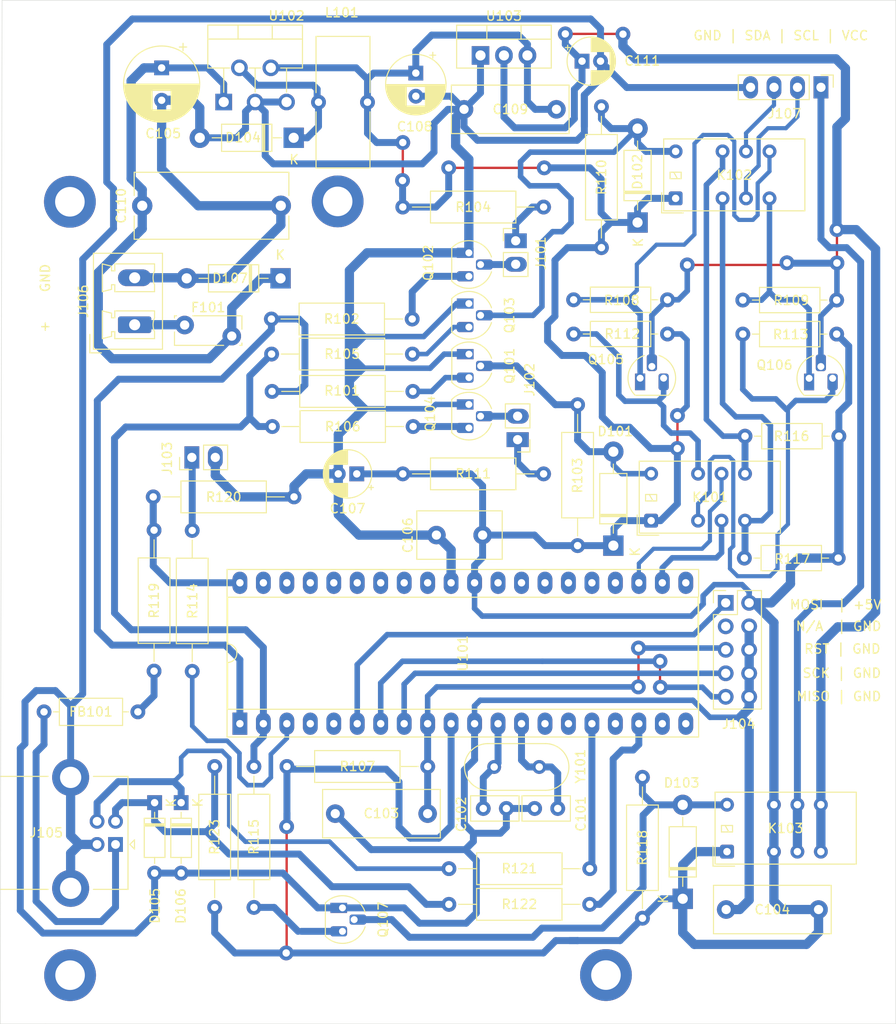
<source format=kicad_pcb>
(kicad_pcb (version 20171130) (host pcbnew 5.1.7-a382d34a8~88~ubuntu20.04.1)
  (title_block (title "I2C Test Terminal") (date 2021-01-07) (rev 1.0.0) (company "Dilshan R Jayakody") (comment 1 jayakody2000lk@gmail.com) (comment 2 https://github.com/dilshan/i2c-test-terminal) (comment 3 http://jayakody2000lk.blogspot.com))
  (layers (0 F.Cu signal hide) (31 B.Cu signal) (34 B.Paste user hide) (35 F.Paste user hide) (36 B.SilkS user hide) (37 F.SilkS user hide) (38 B.Mask user hide) (39 F.Mask user hide) (44 Edge.Cuts user))
  (net 0 "")
  (net 1 "Net-(C101-Pad1)")
  (net 2 GND)
  (net 3 "Net-(C102-Pad1)")
  (net 4 /RESET)
  (net 5 +5V)
  (net 6 /DC-IN)
  (net 7 +3V3)
  (net 8 /RELAY-5V)
  (net 9 /RELAY-3V3)
  (net 10 /RELAY-CNT)
  (net 11 "Net-(D104-Pad1)")
  (net 12 "Net-(D105-Pad1)")
  (net 13 "Net-(D106-Pad1)")
  (net 14 "Net-(F101-Pad1)")
  (net 15 "Net-(FB101-Pad1)")
  (net 16 /USB-SENSE)
  (net 17 "Net-(J101-Pad2)")
  (net 18 "Net-(J101-Pad1)")
  (net 19 "Net-(J102-Pad1)")
  (net 20 "Net-(J102-Pad2)")
  (net 21 "Net-(J103-Pad1)")
  (net 22 /MOSI)
  (net 23 /SCK)
  (net 24 /MISO)
  (net 25 /VCC-OUT)
  (net 26 /SCL-OUT)
  (net 27 /SDA-OUT)
  (net 28 /SDA-3V3-IN)
  (net 29 /SDA)
  (net 30 /SDA-5V-OUT)
  (net 31 /SCL-5V-OUT)
  (net 32 /SCL)
  (net 33 /SCL-3V3-IN)
  (net 34 /SCL-3V3-OUT)
  (net 35 /SDA-3V3-OUT)
  (net 36 "Net-(Q101-Pad3)")
  (net 37 "Net-(Q102-Pad3)")
  (net 38 "Net-(Q103-Pad3)")
  (net 39 "Net-(Q104-Pad3)")
  (net 40 "Net-(Q107-Pad3)")
  (net 41 /VLT-SELECT-5V)
  (net 42 /VLT-SELECT-3V3)
  (net 43 /STATUS-IND)
  (net 44 /USB-DET)
  (net 45 /USB-DP)
  (net 46 /USB-DM)
  (module MountingHole:MountingHole_3.2mm_M3_DIN965_Pad (layer F.Cu) (at 120.97 147.62)
    (fp_text reference REF** hide)
    (fp_text value MountingHole_3.2mm_M3_DIN965_Pad hide)
    (pad 1 thru_hole circle (at 0 0) (size 5.6 5.6) (drill 3.2) (layers *.Cu *.Mask))
  )
  (module MountingHole:MountingHole_3.2mm_M3_DIN965_Pad (layer F.Cu) (at 62.97 147.63)
    (fp_text reference REF** hide)
    (fp_text value MountingHole_3.2mm_M3_DIN965_Pad hide)
    (pad 1 thru_hole circle (at 0 0) (size 5.6 5.6) (drill 3.2) (layers *.Cu *.Mask))
  )
  (module MountingHole:MountingHole_3.2mm_M3_DIN965_Pad (layer F.Cu) (at 91.93 63.94)
    (fp_text reference REF** hide)
    (fp_text value MountingHole_3.2mm_M3_DIN965_Pad hide)
    (pad 1 thru_hole circle (at 0 0) (size 5.6 5.6) (drill 3.2) (layers *.Cu *.Mask))
  )
  (module MountingHole:MountingHole_3.2mm_M3_DIN965_Pad (layer F.Cu) (at 62.95 63.98)
    (fp_text reference REF** hide)
    (fp_text value MountingHole_3.2mm_M3_DIN965_Pad hide)
    (pad 1 thru_hole circle (at 0 0) (size 5.6 5.6) (drill 3.2) (layers *.Cu *.Mask))
  )
  (module Resistor_THT:R_Axial_DIN0207_L6.3mm_D2.5mm_P10.16mm_Horizontal (layer F.Cu) (at 146.11 102.52 180)
    (fp_text reference R117 (at 4.97 -0.09) (layer F.SilkS))
    (fp_text value 10K)
    (pad 2 thru_hole oval (at 10.16 0 180) (size 1.6 1.6) (drill 0.8) (layers *.Cu *.Mask) (net 31 /SCL-5V-OUT))
    (pad 1 thru_hole circle (at 0 0 180) (size 1.6 1.6) (drill 0.8) (layers *.Cu *.Mask) (net 5 +5V))
  )
  (module Resistor_THT:R_Axial_DIN0207_L6.3mm_D2.5mm_P10.16mm_Horizontal (layer F.Cu) (at 146.18 89.33 180)
    (fp_text reference R116 (at 5.12 -0.01) (layer F.SilkS))
    (fp_text value 10K)
    (pad 2 thru_hole oval (at 10.16 0 180) (size 1.6 1.6) (drill 0.8) (layers *.Cu *.Mask) (net 30 /SDA-5V-OUT))
    (pad 1 thru_hole circle (at 0 0 180) (size 1.6 1.6) (drill 0.8) (layers *.Cu *.Mask) (net 5 +5V))
  )
  (module Resistor_THT:R_Axial_DIN0207_L6.3mm_D2.5mm_P10.16mm_Horizontal (layer F.Cu) (at 145.94 78.29 180)
    (fp_text reference R113 (at 4.97 -0.04) (layer F.SilkS))
    (fp_text value 10K)
    (pad 2 thru_hole oval (at 10.16 0 180) (size 1.6 1.6) (drill 0.8) (layers *.Cu *.Mask) (net 33 /SCL-3V3-IN))
    (pad 1 thru_hole circle (at 0 0 180) (size 1.6 1.6) (drill 0.8) (layers *.Cu *.Mask) (net 5 +5V))
  )
  (module Resistor_THT:R_Axial_DIN0207_L6.3mm_D2.5mm_P10.16mm_Horizontal (layer F.Cu) (at 145.94 74.61 180)
    (fp_text reference R109 (at 4.91 -0.03) (layer F.SilkS))
    (fp_text value 10K)
    (pad 2 thru_hole oval (at 10.16 0 180) (size 1.6 1.6) (drill 0.8) (layers *.Cu *.Mask) (net 34 /SCL-3V3-OUT))
    (pad 1 thru_hole circle (at 0 0 180) (size 1.6 1.6) (drill 0.8) (layers *.Cu *.Mask) (net 7 +3V3))
  )
  (module Resistor_THT:R_Axial_DIN0207_L6.3mm_D2.5mm_P10.16mm_Horizontal (layer F.Cu) (at 127.63 74.58 180)
    (fp_text reference R108 (at 4.95 -0.06) (layer F.SilkS))
    (fp_text value 10K)
    (pad 2 thru_hole oval (at 10.16 0 180) (size 1.6 1.6) (drill 0.8) (layers *.Cu *.Mask) (net 35 /SDA-3V3-OUT))
    (pad 1 thru_hole circle (at 0 0 180) (size 1.6 1.6) (drill 0.8) (layers *.Cu *.Mask) (net 7 +3V3))
  )
  (module Resistor_THT:R_Axial_DIN0207_L6.3mm_D2.5mm_P10.16mm_Horizontal (layer F.Cu) (at 127.63 78.28 180)
    (fp_text reference R112 (at 4.89 0.01) (layer F.SilkS))
    (fp_text value 10K)
    (pad 2 thru_hole oval (at 10.16 0 180) (size 1.6 1.6) (drill 0.8) (layers *.Cu *.Mask) (net 28 /SDA-3V3-IN))
    (pad 1 thru_hole circle (at 0 0 180) (size 1.6 1.6) (drill 0.8) (layers *.Cu *.Mask) (net 5 +5V))
  )
  (module Capacitor_THT:C_Disc_D9.0mm_W5.0mm_P5.00mm (layer F.Cu) (at 107.62 100.03 180)
    (fp_text reference C106 (at 8.09 -0.02 90) (layer F.SilkS))
    (fp_text value 0.1MFD)
    (pad 2 thru_hole circle (at 5 0 180) (size 2 2) (drill 1) (layers *.Cu *.Mask) (net 2 GND))
    (pad 1 thru_hole circle (at 0 0 180) (size 2 2) (drill 1) (layers *.Cu *.Mask) (net 5 +5V))
  )
  (module Capacitor_THT:C_Disc_D5.0mm_W2.5mm_P2.50mm (layer F.Cu) (at 115.75 129.6 180)
    (fp_text reference C101 (at -2.51 -0.58 90) (layer F.SilkS))
    (fp_text value 27pF)
    (pad 1 thru_hole circle (at 0 0 180) (size 1.6 1.6) (drill 0.8) (layers *.Cu *.Mask) (net 1 "Net-(C101-Pad1)"))
    (pad 2 thru_hole circle (at 2.5 0 180) (size 1.6 1.6) (drill 0.8) (layers *.Cu *.Mask) (net 2 GND))
  )
  (module Capacitor_THT:C_Disc_D5.0mm_W2.5mm_P2.50mm (layer F.Cu) (at 107.69 129.6)
    (fp_text reference C102 (at -2.38 0.63 90) (layer F.SilkS))
    (fp_text value 27pF)
    (pad 2 thru_hole circle (at 2.5 0) (size 1.6 1.6) (drill 0.8) (layers *.Cu *.Mask) (net 2 GND))
    (pad 1 thru_hole circle (at 0 0) (size 1.6 1.6) (drill 0.8) (layers *.Cu *.Mask) (net 3 "Net-(C102-Pad1)"))
  )
  (module Capacitor_THT:C_Disc_D12.5mm_W5.0mm_P10.00mm (layer F.Cu) (at 101.67 130.16 180)
    (fp_text reference C103 (at 5 0.02) (layer F.SilkS))
    (fp_text value 0.1MFD)
    (pad 1 thru_hole circle (at 0 0 180) (size 2 2) (drill 1) (layers *.Cu *.Mask) (net 4 /RESET))
    (pad 2 thru_hole circle (at 10 0 180) (size 2 2) (drill 1) (layers *.Cu *.Mask) (net 2 GND))
  )
  (module Capacitor_THT:C_Disc_D12.5mm_W5.0mm_P10.00mm (layer F.Cu) (at 143.98 140.53 180)
    (fp_text reference C104 (at 5 -0.01 180) (layer F.SilkS))
    (fp_text value 0.1MFD)
    (pad 2 thru_hole circle (at 10 0 180) (size 2 2) (drill 1) (layers *.Cu *.Mask) (net 2 GND))
    (pad 1 thru_hole circle (at 0 0 180) (size 2 2) (drill 1) (layers *.Cu *.Mask) (net 5 +5V))
  )
  (module Capacitor_THT:CP_Radial_D8.0mm_P3.50mm (layer F.Cu) (at 72.88 49.5 270)
    (fp_text reference C105 (at 7.1 -0.17 180) (layer F.SilkS))
    (fp_text value 470MFD)
    (pad 1 thru_hole rect (at 0 0 270) (size 1.6 1.6) (drill 0.8) (layers *.Cu *.Mask) (net 6 /DC-IN))
    (pad 2 thru_hole circle (at 3.5 0 270) (size 1.6 1.6) (drill 0.8) (layers *.Cu *.Mask) (net 2 GND))
  )
  (module Capacitor_THT:CP_Radial_D5.0mm_P2.00mm (layer F.Cu) (at 94 93.41 180)
    (fp_text reference C107 (at 1 -3.75) (layer F.SilkS))
    (fp_text value 10MFD)
    (pad 2 thru_hole circle (at 2 0 180) (size 1.6 1.6) (drill 0.8) (layers *.Cu *.Mask) (net 2 GND))
    (pad 1 thru_hole rect (at 0 0 180) (size 1.6 1.6) (drill 0.8) (layers *.Cu *.Mask) (net 5 +5V))
  )
  (module Capacitor_THT:CP_Radial_D6.3mm_P2.50mm (layer F.Cu) (at 100.39 50.06 270)
    (fp_text reference C108 (at 5.79 0.12 180) (layer F.SilkS))
    (fp_text value 220MFD)
    (pad 1 thru_hole rect (at 0 0 270) (size 1.6 1.6) (drill 0.8) (layers *.Cu *.Mask) (net 5 +5V))
    (pad 2 thru_hole circle (at 2.5 0 270) (size 1.6 1.6) (drill 0.8) (layers *.Cu *.Mask) (net 2 GND))
  )
  (module Capacitor_THT:C_Disc_D12.5mm_W5.0mm_P10.00mm (layer F.Cu) (at 115.61 53.98 180)
    (fp_text reference C109 (at 4.98 0) (layer F.SilkS))
    (fp_text value 0.1MFD)
    (pad 2 thru_hole circle (at 10 0 180) (size 2 2) (drill 1) (layers *.Cu *.Mask) (net 2 GND))
    (pad 1 thru_hole circle (at 0 0 180) (size 2 2) (drill 1) (layers *.Cu *.Mask) (net 5 +5V))
  )
  (module Capacitor_THT:C_Rect_L16.5mm_W7.0mm_P15.00mm_MKT (layer F.Cu) (at 70.78 64.41)
    (fp_text reference C110 (at -2.28 0 90) (layer F.SilkS))
    (fp_text value 0.47MFD)
    (pad 1 thru_hole circle (at 0 0) (size 2.2 2.2) (drill 1.1) (layers *.Cu *.Mask) (net 6 /DC-IN))
    (pad 2 thru_hole circle (at 15 0) (size 2.2 2.2) (drill 1.1) (layers *.Cu *.Mask) (net 2 GND))
  )
  (module Capacitor_THT:CP_Radial_D5.0mm_P2.00mm (layer F.Cu) (at 118.38 48.77)
    (fp_text reference C111 (at 6.52 -0.03) (layer F.SilkS))
    (fp_text value 10MFD)
    (pad 1 thru_hole rect (at 0 0) (size 1.6 1.6) (drill 0.8) (layers *.Cu *.Mask) (net 7 +3V3))
    (pad 2 thru_hole circle (at 2 0) (size 1.6 1.6) (drill 0.8) (layers *.Cu *.Mask) (net 2 GND))
  )
  (module Diode_THT:D_DO-41_SOD81_P10.16mm_Horizontal (layer F.Cu) (at 121.77 101.17 90)
    (fp_text reference D101 (at 12.35 0.21 180) (layer F.SilkS))
    (fp_text value 1N4001)
    (fp_text user K (at -0.67 2.35 90) (layer F.SilkS))
    (pad 2 thru_hole oval (at 10.16 0 90) (size 2.2 2.2) (drill 1.1) (layers *.Cu *.Mask) (net 8 /RELAY-5V))
    (pad 1 thru_hole rect (at 0 0 90) (size 2.2 2.2) (drill 1.1) (layers *.Cu *.Mask) (net 5 +5V))
  )
  (module Diode_THT:D_DO-41_SOD81_P10.16mm_Horizontal (layer F.Cu) (at 124.39 66.22 90)
    (fp_text reference D102 (at 5.48 -0.01 90) (layer F.SilkS))
    (fp_text value 1N4001)
    (fp_text user K (at -2.16 0.07 90) (layer F.SilkS))
    (pad 2 thru_hole oval (at 10.16 0 90) (size 2.2 2.2) (drill 1.1) (layers *.Cu *.Mask) (net 9 /RELAY-3V3))
    (pad 1 thru_hole rect (at 0 0 90) (size 2.2 2.2) (drill 1.1) (layers *.Cu *.Mask) (net 5 +5V))
  )
  (module Diode_THT:D_DO-41_SOD81_P10.16mm_Horizontal (layer F.Cu) (at 129.28 139.37 90)
    (fp_text reference D103 (at 12.54 -0.12 180) (layer F.SilkS))
    (fp_text value 1N4001)
    (fp_text user K (at 0 -2.1 90) (layer F.SilkS))
    (pad 1 thru_hole rect (at 0 0 90) (size 2.2 2.2) (drill 1.1) (layers *.Cu *.Mask) (net 5 +5V))
    (pad 2 thru_hole oval (at 10.16 0 90) (size 2.2 2.2) (drill 1.1) (layers *.Cu *.Mask) (net 10 /RELAY-CNT))
  )
  (module Diode_THT:D_DO-41_SOD81_P10.16mm_Horizontal (layer F.Cu) (at 87.17 57.06 180)
    (fp_text reference D104 (at 5.48 0.02) (layer F.SilkS))
    (fp_text value 1N5824)
    (fp_text user K (at -0.04 -2.36) (layer F.SilkS))
    (pad 1 thru_hole rect (at 0 0 180) (size 2.2 2.2) (drill 1.1) (layers *.Cu *.Mask) (net 11 "Net-(D104-Pad1)"))
    (pad 2 thru_hole oval (at 10.16 0 180) (size 2.2 2.2) (drill 1.1) (layers *.Cu *.Mask) (net 2 GND))
  )
  (module Diode_THT:D_DO-35_SOD27_P7.62mm_Horizontal (layer F.Cu) (at 72.12 128.97 270)
    (fp_text reference D105 (at 11.16 -0.04 90) (layer F.SilkS))
    (fp_text value 3.6V)
    (fp_text user K (at 0 -1.8 90) (layer F.SilkS))
    (pad 1 thru_hole rect (at 0 0 270) (size 1.6 1.6) (drill 0.8) (layers *.Cu *.Mask) (net 12 "Net-(D105-Pad1)"))
    (pad 2 thru_hole oval (at 7.62 0 270) (size 1.6 1.6) (drill 0.8) (layers *.Cu *.Mask) (net 2 GND))
  )
  (module Diode_THT:D_DO-35_SOD27_P7.62mm_Horizontal (layer F.Cu) (at 74.99 128.97 270)
    (fp_text reference D106 (at 11.19 0.04 90) (layer F.SilkS))
    (fp_text value 3.6V)
    (fp_text user K (at 0 -1.8 90) (layer F.SilkS))
    (pad 2 thru_hole oval (at 7.62 0 270) (size 1.6 1.6) (drill 0.8) (layers *.Cu *.Mask) (net 2 GND))
    (pad 1 thru_hole rect (at 0 0 270) (size 1.6 1.6) (drill 0.8) (layers *.Cu *.Mask) (net 13 "Net-(D106-Pad1)"))
  )
  (module Diode_THT:D_DO-41_SOD81_P10.16mm_Horizontal (layer F.Cu) (at 85.75 72.26 180)
    (fp_text reference D107 (at 5.46 0.01) (layer F.SilkS))
    (fp_text value 1N4004)
    (fp_text user K (at 0.04 2.53) (layer F.SilkS))
    (pad 1 thru_hole rect (at 0 0 180) (size 2.2 2.2) (drill 1.1) (layers *.Cu *.Mask) (net 6 /DC-IN))
    (pad 2 thru_hole oval (at 10.16 0 180) (size 2.2 2.2) (drill 1.1) (layers *.Cu *.Mask) (net 2 GND))
  )
  (module Fuse:Fuse_Bourns_MF-RG300 (layer F.Cu) (at 75.37 77.31)
    (fp_text reference F101 (at 2.55 -1.9) (layer F.SilkS))
    (fp_text value XF040)
    (pad 1 thru_hole circle (at 0 0) (size 2.01 2.01) (drill 1.01) (layers *.Cu *.Mask) (net 14 "Net-(F101-Pad1)"))
    (pad 2 thru_hole circle (at 5.1 1.2) (size 2.01 2.01) (drill 1.01) (layers *.Cu *.Mask) (net 6 /DC-IN))
  )
  (module Inductor_THT:L_Axial_L6.6mm_D2.7mm_P10.16mm_Horizontal_Vishay_IM-2 (layer F.Cu) (at 70.31 119.15 180)
    (fp_text reference FB101 (at 5.09 0.01) (layer F.SilkS))
    (fp_text value 60R/100MHz)
    (pad 1 thru_hole circle (at 0 0 180) (size 1.6 1.6) (drill 0.8) (layers *.Cu *.Mask) (net 15 "Net-(FB101-Pad1)"))
    (pad 2 thru_hole oval (at 10.16 0 180) (size 1.6 1.6) (drill 0.8) (layers *.Cu *.Mask) (net 16 /USB-SENSE))
  )
  (module Connector_PinHeader_2.54mm:PinHeader_1x02_P2.54mm_Vertical (layer F.Cu) (at 111.2 68.2)
    (fp_text reference J101 (at 2.73 1.35 90) (layer F.SilkS))
    (fp_text value 5V-LED)
    (pad 2 thru_hole oval (at 0 2.54) (size 2.4 1.6) (drill 1) (layers *.Cu *.Mask) (net 17 "Net-(J101-Pad2)"))
    (pad 1 thru_hole rect (at 0 0) (size 2.4 1.6) (drill 1) (layers *.Cu *.Mask) (net 18 "Net-(J101-Pad1)"))
  )
  (module Connector_PinHeader_2.54mm:PinHeader_1x02_P2.54mm_Vertical (layer F.Cu) (at 111.41 89.71 180)
    (fp_text reference J102 (at -1.3 6.48 90) (layer F.SilkS))
    (fp_text value 3.3V-LED)
    (pad 1 thru_hole rect (at 0 0 180) (size 2.4 1.6) (drill 1) (layers *.Cu *.Mask) (net 19 "Net-(J102-Pad1)"))
    (pad 2 thru_hole oval (at 0 2.54 180) (size 2.4 1.6) (drill 1) (layers *.Cu *.Mask) (net 20 "Net-(J102-Pad2)"))
  )
  (module Connector_PinHeader_2.54mm:PinHeader_1x02_P2.54mm_Vertical (layer F.Cu) (at 76.15 91.63 90)
    (fp_text reference J103 (at -0.11 -2.67 90) (layer F.SilkS))
    (fp_text value 3.3V-LED)
    (pad 1 thru_hole rect (at 0 0 90) (size 2.4 1.6) (drill 1) (layers *.Cu *.Mask) (net 21 "Net-(J103-Pad1)"))
    (pad 2 thru_hole oval (at 0 2.54 90) (size 2.4 1.6) (drill 1) (layers *.Cu *.Mask) (net 2 GND))
  )
  (module Connector_PinHeader_2.54mm:PinHeader_2x05_P2.54mm_Vertical (layer F.Cu) (at 133.93 107.36)
    (fp_text reference J104 (at 1.41 13.11 180) (layer F.SilkS))
    (fp_text value AVR-ICP)
    (pad 1 thru_hole rect (at 0 0) (size 1.7 1.7) (drill 1) (layers *.Cu *.Mask) (net 22 /MOSI))
    (pad 2 thru_hole oval (at 2.54 0) (size 1.7 1.7) (drill 1) (layers *.Cu *.Mask) (net 5 +5V))
    (pad 3 thru_hole oval (at 0 2.54) (size 1.7 1.7) (drill 1) (layers *.Cu *.Mask))
    (pad 4 thru_hole oval (at 2.54 2.54) (size 1.7 1.7) (drill 1) (layers *.Cu *.Mask) (net 2 GND))
    (pad 5 thru_hole oval (at 0 5.08) (size 1.7 1.7) (drill 1) (layers *.Cu *.Mask) (net 4 /RESET))
    (pad 6 thru_hole oval (at 2.54 5.08) (size 1.7 1.7) (drill 1) (layers *.Cu *.Mask) (net 2 GND))
    (pad 7 thru_hole oval (at 0 7.62) (size 1.7 1.7) (drill 1) (layers *.Cu *.Mask) (net 23 /SCK))
    (pad 8 thru_hole oval (at 2.54 7.62) (size 1.7 1.7) (drill 1) (layers *.Cu *.Mask) (net 2 GND))
    (pad 9 thru_hole oval (at 0 10.16) (size 1.7 1.7) (drill 1) (layers *.Cu *.Mask) (net 24 /MISO))
    (pad 10 thru_hole oval (at 2.54 10.16) (size 1.7 1.7) (drill 1) (layers *.Cu *.Mask) (net 2 GND))
  )
  (module Connector_USB:USB_B_Lumberg_2411_02_Horizontal (layer F.Cu) (at 67.89 133.49 180)
    (fp_text reference J105 (at 7.5 1.26) (layer F.SilkS))
    (fp_text value USB_B)
    (pad 1 thru_hole rect (at 0 0 270) (size 1.6 1.6) (drill 0.95) (layers *.Cu *.Mask) (net 16 /USB-SENSE))
    (pad 2 thru_hole circle (at 0 2.5 270) (size 1.6 1.6) (drill 0.95) (layers *.Cu *.Mask) (net 12 "Net-(D105-Pad1)"))
    (pad 3 thru_hole circle (at 2 2.5 270) (size 1.6 1.6) (drill 0.95) (layers *.Cu *.Mask) (net 13 "Net-(D106-Pad1)"))
    (pad 4 thru_hole circle (at 2 0 270) (size 1.6 1.6) (drill 0.95) (layers *.Cu *.Mask) (net 2 GND))
    (pad 5 thru_hole circle (at 4.86 7.25 270) (size 4 4) (drill 2.3) (layers *.Cu *.Mask) (net 2 GND))
    (pad 5 thru_hole circle (at 4.86 -4.75 270) (size 4 4) (drill 2.3) (layers *.Cu *.Mask) (net 2 GND))
  )
  (module Connector_Phoenix_MC_HighVoltage:PhoenixContact_MCV_1,5_2-G-5.08_1x02_P5.08mm_Vertical (layer F.Cu) (at 69.96 77.28 90)
    (fp_text reference J106 (at 2.54 -5.55 90) (layer F.SilkS))
    (fp_text value DC-IN)
    (pad 1 thru_hole roundrect (at 0 0 90) (size 1.8 3.6) (drill 1.2) (layers *.Cu *.Mask) (roundrect_rratio 0.138889) (net 14 "Net-(F101-Pad1)"))
    (pad 2 thru_hole oval (at 5.08 0 90) (size 1.8 3.6) (drill 1.2) (layers *.Cu *.Mask) (net 2 GND))
  )
  (module Connector_PinHeader_2.54mm:PinHeader_1x04_P2.54mm_Vertical (layer F.Cu) (at 144.24 51.6 270)
    (fp_text reference J107 (at 2.85 3.95 180) (layer F.SilkS))
    (fp_text value I2C-OUT)
    (pad 1 thru_hole rect (at 0 0 270) (size 2.4 1.6) (drill 1) (layers *.Cu *.Mask) (net 25 /VCC-OUT))
    (pad 2 thru_hole oval (at 0 2.54 270) (size 2.4 1.6) (drill 1) (layers *.Cu *.Mask) (net 26 /SCL-OUT))
    (pad 3 thru_hole oval (at 0 5.08 270) (size 2.4 1.6) (drill 1) (layers *.Cu *.Mask) (net 27 /SDA-OUT))
    (pad 4 thru_hole oval (at 0 7.62 270) (size 2.4 1.6) (drill 1) (layers *.Cu *.Mask) (net 2 GND))
  )
  (module Relay_THT:Relay_DPDT_Kemet_EC2 (layer F.Cu) (at 125.86 98.47 90)
    (fp_text reference K101 (at 2.54 6.37) (layer F.SilkS))
    (fp_text value EC2-5NU)
    (pad 12 thru_hole circle (at 5.08 0 90) (size 1.5 1.5) (drill 0.8) (layers *.Cu *.Mask) (net 8 /RELAY-5V))
    (pad 10 thru_hole circle (at 5.08 5.08 90) (size 1.5 1.5) (drill 0.8) (layers *.Cu *.Mask) (net 28 /SDA-3V3-IN))
    (pad 9 thru_hole circle (at 5.08 7.62 90) (size 1.5 1.5) (drill 0.8) (layers *.Cu *.Mask) (net 29 /SDA))
    (pad 8 thru_hole circle (at 5.08 10.16 90) (size 1.5 1.5) (drill 0.8) (layers *.Cu *.Mask) (net 30 /SDA-5V-OUT))
    (pad 5 thru_hole circle (at 0 10.16 90) (size 1.5 1.5) (drill 0.8) (layers *.Cu *.Mask) (net 31 /SCL-5V-OUT))
    (pad 4 thru_hole circle (at 0 7.62 90) (size 1.5 1.5) (drill 0.8) (layers *.Cu *.Mask) (net 32 /SCL))
    (pad 3 thru_hole circle (at 0 5.08 90) (size 1.5 1.5) (drill 0.8) (layers *.Cu *.Mask) (net 33 /SCL-3V3-IN))
    (pad 1 thru_hole roundrect (at 0 0 90) (size 1.5 1.5) (drill 0.8) (layers *.Cu *.Mask) (roundrect_rratio 0.167) (net 5 +5V))
  )
  (module Relay_THT:Relay_DPDT_Kemet_EC2 (layer F.Cu) (at 128.51 63.61 90)
    (fp_text reference K102 (at 2.52 6.36) (layer F.SilkS))
    (fp_text value EC2-5NU)
    (pad 1 thru_hole roundrect (at 0 0 90) (size 1.5 1.5) (drill 0.8) (layers *.Cu *.Mask) (roundrect_rratio 0.167) (net 5 +5V))
    (pad 3 thru_hole circle (at 0 5.08 90) (size 1.5 1.5) (drill 0.8) (layers *.Cu *.Mask) (net 31 /SCL-5V-OUT))
    (pad 4 thru_hole circle (at 0 7.62 90) (size 1.5 1.5) (drill 0.8) (layers *.Cu *.Mask) (net 26 /SCL-OUT))
    (pad 5 thru_hole circle (at 0 10.16 90) (size 1.5 1.5) (drill 0.8) (layers *.Cu *.Mask) (net 34 /SCL-3V3-OUT))
    (pad 8 thru_hole circle (at 5.08 10.16 90) (size 1.5 1.5) (drill 0.8) (layers *.Cu *.Mask) (net 35 /SDA-3V3-OUT))
    (pad 9 thru_hole circle (at 5.08 7.62 90) (size 1.5 1.5) (drill 0.8) (layers *.Cu *.Mask) (net 27 /SDA-OUT))
    (pad 10 thru_hole circle (at 5.08 5.08 90) (size 1.5 1.5) (drill 0.8) (layers *.Cu *.Mask) (net 30 /SDA-5V-OUT))
    (pad 12 thru_hole circle (at 5.08 0 90) (size 1.5 1.5) (drill 0.8) (layers *.Cu *.Mask) (net 9 /RELAY-3V3))
  )
  (module Relay_THT:Relay_DPDT_Kemet_EC2 (layer F.Cu) (at 134.07 134.27 90)
    (fp_text reference K103 (at 2.52 6.34) (layer F.SilkS))
    (fp_text value EC2-5NU)
    (pad 1 thru_hole roundrect (at 0 0 90) (size 1.5 1.5) (drill 0.8) (layers *.Cu *.Mask) (roundrect_rratio 0.167) (net 5 +5V))
    (pad 3 thru_hole circle (at 0 5.08 90) (size 1.5 1.5) (drill 0.8) (layers *.Cu *.Mask) (net 5 +5V))
    (pad 4 thru_hole circle (at 0 7.62 90) (size 1.5 1.5) (drill 0.8) (layers *.Cu *.Mask) (net 25 /VCC-OUT))
    (pad 5 thru_hole circle (at 0 10.16 90) (size 1.5 1.5) (drill 0.8) (layers *.Cu *.Mask) (net 7 +3V3))
    (pad 8 thru_hole circle (at 5.08 10.16 90) (size 1.5 1.5) (drill 0.8) (layers *.Cu *.Mask) (net 7 +3V3))
    (pad 9 thru_hole circle (at 5.08 7.62 90) (size 1.5 1.5) (drill 0.8) (layers *.Cu *.Mask) (net 25 /VCC-OUT))
    (pad 10 thru_hole circle (at 5.08 5.08 90) (size 1.5 1.5) (drill 0.8) (layers *.Cu *.Mask) (net 5 +5V))
    (pad 12 thru_hole circle (at 5.08 0 90) (size 1.5 1.5) (drill 0.8) (layers *.Cu *.Mask) (net 10 /RELAY-CNT))
  )
  (module Inductor_THT:L_Toroid_Vertical_L14.0mm_W5.6mm_P5.30mm_Bourns_5700 (layer F.Cu) (at 89.86 53.21 90)
    (fp_text reference L101 (at 9.69 2.52 180) (layer F.SilkS))
    (fp_text value 33uH)
    (pad 1 thru_hole circle (at 0 0 90) (size 1.6 1.6) (drill 0.8) (layers *.Cu *.Mask) (net 11 "Net-(D104-Pad1)"))
    (pad 2 thru_hole circle (at 0 5.3 90) (size 1.6 1.6) (drill 0.8) (layers *.Cu *.Mask) (net 5 +5V))
  )
  (module Package_TO_SOT_THT:TO-92_HandSolder (layer F.Cu) (at 106.14 80.46 270)
    (fp_text reference Q101 (at 1.27 -4.4 90) (layer F.SilkS))
    (fp_text value 2SC945)
    (pad 1 thru_hole rect (at 0 0 270) (size 1.1 1.8) (drill 0.75 (offset 0 0.4)) (layers *.Cu *.Mask) (net 2 GND))
    (pad 3 thru_hole roundrect (at 2.54 0 270) (size 1.1 1.8) (drill 0.75 (offset 0 0.4)) (layers *.Cu *.Mask) (net 36 "Net-(Q101-Pad3)"))
    (pad 2 thru_hole roundrect (at 1.27 -1.27 270) (size 1.1 1.8) (drill 0.75 (offset 0 -0.4)) (layers *.Cu *.Mask) (net 8 /RELAY-5V))
  )
  (module Package_TO_SOT_THT:TO-92_HandSolder (layer F.Cu) (at 106.13 69.5 270)
    (fp_text reference Q102 (at 1.08 4.39 90) (layer F.SilkS))
    (fp_text value 2SC945)
    (pad 2 thru_hole roundrect (at 1.27 -1.27 270) (size 1.1 1.8) (drill 0.75 (offset 0 -0.4)) (layers *.Cu *.Mask) (net 17 "Net-(J101-Pad2)"))
    (pad 3 thru_hole roundrect (at 2.54 0 270) (size 1.1 1.8) (drill 0.75 (offset 0 0.4)) (layers *.Cu *.Mask) (net 37 "Net-(Q102-Pad3)"))
    (pad 1 thru_hole rect (at 0 0 270) (size 1.1 1.8) (drill 0.75 (offset 0 0.4)) (layers *.Cu *.Mask) (net 2 GND))
  )
  (module Package_TO_SOT_THT:TO-92_HandSolder (layer F.Cu) (at 106.13 74.99 270)
    (fp_text reference Q103 (at 1.27 -4.4 90) (layer F.SilkS))
    (fp_text value 2SC945)
    (pad 1 thru_hole rect (at 0 0 270) (size 1.1 1.8) (drill 0.75 (offset 0 0.4)) (layers *.Cu *.Mask) (net 2 GND))
    (pad 3 thru_hole roundrect (at 2.54 0 270) (size 1.1 1.8) (drill 0.75 (offset 0 0.4)) (layers *.Cu *.Mask) (net 38 "Net-(Q103-Pad3)"))
    (pad 2 thru_hole roundrect (at 1.27 -1.27 270) (size 1.1 1.8) (drill 0.75 (offset 0 -0.4)) (layers *.Cu *.Mask) (net 9 /RELAY-3V3))
  )
  (module Package_TO_SOT_THT:TO-92_HandSolder (layer F.Cu) (at 106.13 85.9 270)
    (fp_text reference Q104 (at 1.01 4.18 90) (layer F.SilkS))
    (fp_text value 2SC945)
    (pad 2 thru_hole roundrect (at 1.27 -1.27 270) (size 1.1 1.8) (drill 0.75 (offset 0 -0.4)) (layers *.Cu *.Mask) (net 20 "Net-(J102-Pad2)"))
    (pad 3 thru_hole roundrect (at 2.54 0 270) (size 1.1 1.8) (drill 0.75 (offset 0 0.4)) (layers *.Cu *.Mask) (net 39 "Net-(Q104-Pad3)"))
    (pad 1 thru_hole rect (at 0 0 270) (size 1.1 1.8) (drill 0.75 (offset 0 0.4)) (layers *.Cu *.Mask) (net 2 GND))
  )
  (module Package_TO_SOT_THT:TO-92_HandSolder (layer F.Cu) (at 124.67 83.06)
    (fp_text reference Q105 (at -3.7 -2.03) (layer F.SilkS))
    (fp_text value 2N7000)
    (pad 2 thru_hole roundrect (at 1.27 -1.27) (size 1.1 1.8) (drill 0.75 (offset 0 -0.4)) (layers *.Cu *.Mask) (net 7 +3V3))
    (pad 3 thru_hole roundrect (at 2.54 0) (size 1.1 1.8) (drill 0.75 (offset 0 0.4)) (layers *.Cu *.Mask) (net 28 /SDA-3V3-IN))
    (pad 1 thru_hole rect (at 0 0) (size 1.1 1.8) (drill 0.75 (offset 0 0.4)) (layers *.Cu *.Mask) (net 35 /SDA-3V3-OUT))
  )
  (module Package_TO_SOT_THT:TO-92_HandSolder (layer F.Cu) (at 142.96 83.07)
    (fp_text reference Q106 (at -3.75 -1.43) (layer F.SilkS))
    (fp_text value 2N7000)
    (pad 2 thru_hole roundrect (at 1.27 -1.27) (size 1.1 1.8) (drill 0.75 (offset 0 -0.4)) (layers *.Cu *.Mask) (net 7 +3V3))
    (pad 3 thru_hole roundrect (at 2.54 0) (size 1.1 1.8) (drill 0.75 (offset 0 0.4)) (layers *.Cu *.Mask) (net 33 /SCL-3V3-IN))
    (pad 1 thru_hole rect (at 0 0) (size 1.1 1.8) (drill 0.75 (offset 0 0.4)) (layers *.Cu *.Mask) (net 34 /SCL-3V3-OUT))
  )
  (module Package_TO_SOT_THT:TO-92_HandSolder (layer F.Cu) (at 92.45 140.35 270)
    (fp_text reference Q107 (at 1.27 -4.4 90) (layer F.SilkS))
    (fp_text value 2SC945)
    (pad 1 thru_hole rect (at 0 0 270) (size 1.1 1.8) (drill 0.75 (offset 0 0.4)) (layers *.Cu *.Mask) (net 2 GND))
    (pad 3 thru_hole roundrect (at 2.54 0 270) (size 1.1 1.8) (drill 0.75 (offset 0 0.4)) (layers *.Cu *.Mask) (net 40 "Net-(Q107-Pad3)"))
    (pad 2 thru_hole roundrect (at 1.27 -1.27 270) (size 1.1 1.8) (drill 0.75 (offset 0 -0.4)) (layers *.Cu *.Mask) (net 10 /RELAY-CNT))
  )
  (module Resistor_THT:R_Axial_DIN0309_L9.0mm_D3.2mm_P15.24mm_Horizontal (layer F.Cu) (at 100.07 84.49 180)
    (fp_text reference R101 (at 7.66 0.07) (layer F.SilkS))
    (fp_text value 5.6K)
    (pad 1 thru_hole circle (at 0 0 180) (size 1.6 1.6) (drill 0.8) (layers *.Cu *.Mask) (net 36 "Net-(Q101-Pad3)"))
    (pad 2 thru_hole oval (at 15.24 0 180) (size 1.6 1.6) (drill 0.8) (layers *.Cu *.Mask) (net 41 /VLT-SELECT-5V))
  )
  (module Resistor_THT:R_Axial_DIN0309_L9.0mm_D3.2mm_P15.24mm_Horizontal (layer F.Cu) (at 100 76.66 180)
    (fp_text reference R102 (at 7.63 0.01) (layer F.SilkS))
    (fp_text value 22K)
    (pad 2 thru_hole oval (at 15.24 0 180) (size 1.6 1.6) (drill 0.8) (layers *.Cu *.Mask) (net 41 /VLT-SELECT-5V))
    (pad 1 thru_hole circle (at 0 0 180) (size 1.6 1.6) (drill 0.8) (layers *.Cu *.Mask) (net 37 "Net-(Q102-Pad3)"))
  )
  (module Resistor_THT:R_Axial_DIN0309_L9.0mm_D3.2mm_P15.24mm_Horizontal (layer F.Cu) (at 117.9 101.17 90)
    (fp_text reference R103 (at 7.59 -0.01 90) (layer F.SilkS))
    (fp_text value 1K)
    (pad 2 thru_hole oval (at 15.24 0 90) (size 1.6 1.6) (drill 0.8) (layers *.Cu *.Mask) (net 8 /RELAY-5V))
    (pad 1 thru_hole circle (at 0 0 90) (size 1.6 1.6) (drill 0.8) (layers *.Cu *.Mask) (net 5 +5V))
  )
  (module Resistor_THT:R_Axial_DIN0309_L9.0mm_D3.2mm_P15.24mm_Horizontal (layer F.Cu) (at 114.22 64.55 180)
    (fp_text reference R104 (at 7.62 -0.01) (layer F.SilkS))
    (fp_text value 330R)
    (pad 1 thru_hole circle (at 0 0 180) (size 1.6 1.6) (drill 0.8) (layers *.Cu *.Mask) (net 18 "Net-(J101-Pad1)"))
    (pad 2 thru_hole oval (at 15.24 0 180) (size 1.6 1.6) (drill 0.8) (layers *.Cu *.Mask) (net 5 +5V))
  )
  (module Resistor_THT:R_Axial_DIN0309_L9.0mm_D3.2mm_P15.24mm_Horizontal (layer F.Cu) (at 100.02 80.45 180)
    (fp_text reference R105 (at 7.6 0) (layer F.SilkS))
    (fp_text value 5.6K)
    (pad 1 thru_hole circle (at 0 0 180) (size 1.6 1.6) (drill 0.8) (layers *.Cu *.Mask) (net 38 "Net-(Q103-Pad3)"))
    (pad 2 thru_hole oval (at 15.24 0 180) (size 1.6 1.6) (drill 0.8) (layers *.Cu *.Mask) (net 42 /VLT-SELECT-3V3))
  )
  (module Resistor_THT:R_Axial_DIN0309_L9.0mm_D3.2mm_P15.24mm_Horizontal (layer F.Cu) (at 100.1 88.29 180)
    (fp_text reference R106 (at 7.62 -0.01) (layer F.SilkS))
    (fp_text value 22K)
    (pad 1 thru_hole circle (at 0 0 180) (size 1.6 1.6) (drill 0.8) (layers *.Cu *.Mask) (net 39 "Net-(Q104-Pad3)"))
    (pad 2 thru_hole oval (at 15.24 0 180) (size 1.6 1.6) (drill 0.8) (layers *.Cu *.Mask) (net 42 /VLT-SELECT-3V3))
  )
  (module Resistor_THT:R_Axial_DIN0309_L9.0mm_D3.2mm_P15.24mm_Horizontal (layer F.Cu) (at 86.44 125.06)
    (fp_text reference R107 (at 7.63 -0.01) (layer F.SilkS))
    (fp_text value 10K)
    (pad 2 thru_hole oval (at 15.24 0) (size 1.6 1.6) (drill 0.8) (layers *.Cu *.Mask) (net 4 /RESET))
    (pad 1 thru_hole circle (at 0 0) (size 1.6 1.6) (drill 0.8) (layers *.Cu *.Mask) (net 5 +5V))
  )
  (module Resistor_THT:R_Axial_DIN0309_L9.0mm_D3.2mm_P15.24mm_Horizontal (layer F.Cu) (at 120.48 68.94 90)
    (fp_text reference R110 (at 7.62 0 90) (layer F.SilkS))
    (fp_text value 1K)
    (pad 2 thru_hole oval (at 15.24 0 90) (size 1.6 1.6) (drill 0.8) (layers *.Cu *.Mask) (net 9 /RELAY-3V3))
    (pad 1 thru_hole circle (at 0 0 90) (size 1.6 1.6) (drill 0.8) (layers *.Cu *.Mask) (net 5 +5V))
  )
  (module Resistor_THT:R_Axial_DIN0309_L9.0mm_D3.2mm_P15.24mm_Horizontal (layer F.Cu) (at 114.22 93.41 180)
    (fp_text reference R111 (at 7.62 0.02) (layer F.SilkS))
    (fp_text value 330R)
    (pad 2 thru_hole oval (at 15.24 0 180) (size 1.6 1.6) (drill 0.8) (layers *.Cu *.Mask) (net 5 +5V))
    (pad 1 thru_hole circle (at 0 0 180) (size 1.6 1.6) (drill 0.8) (layers *.Cu *.Mask) (net 19 "Net-(J102-Pad1)"))
  )
  (module Resistor_THT:R_Axial_DIN0309_L9.0mm_D3.2mm_P15.24mm_Horizontal (layer F.Cu) (at 76.19 114.77 90)
    (fp_text reference R114 (at 7.61 0.03 90) (layer F.SilkS))
    (fp_text value 5.6K)
    (pad 2 thru_hole oval (at 15.24 0 90) (size 1.6 1.6) (drill 0.8) (layers *.Cu *.Mask) (net 21 "Net-(J103-Pad1)"))
    (pad 1 thru_hole circle (at 0 0 90) (size 1.6 1.6) (drill 0.8) (layers *.Cu *.Mask) (net 43 /STATUS-IND))
  )
  (module Resistor_THT:R_Axial_DIN0309_L9.0mm_D3.2mm_P15.24mm_Horizontal (layer F.Cu) (at 82.87 140.3 90)
    (fp_text reference R115 (at 7.63 -0.01 90) (layer F.SilkS))
    (fp_text value 5.6K)
    (pad 2 thru_hole oval (at 15.24 0 90) (size 1.6 1.6) (drill 0.8) (layers *.Cu *.Mask) (net 42 /VLT-SELECT-3V3))
    (pad 1 thru_hole circle (at 0 0 90) (size 1.6 1.6) (drill 0.8) (layers *.Cu *.Mask) (net 40 "Net-(Q107-Pad3)"))
  )
  (module Resistor_THT:R_Axial_DIN0309_L9.0mm_D3.2mm_P15.24mm_Horizontal (layer F.Cu) (at 124.92 141.47 90)
    (fp_text reference R118 (at 7.63 0 90) (layer F.SilkS))
    (fp_text value 1K)
    (pad 1 thru_hole circle (at 0 0 90) (size 1.6 1.6) (drill 0.8) (layers *.Cu *.Mask) (net 5 +5V))
    (pad 2 thru_hole oval (at 15.24 0 90) (size 1.6 1.6) (drill 0.8) (layers *.Cu *.Mask) (net 10 /RELAY-CNT))
  )
  (module Resistor_THT:R_Axial_DIN0309_L9.0mm_D3.2mm_P15.24mm_Horizontal (layer F.Cu) (at 72.06 114.74 90)
    (fp_text reference R119 (at 7.62 0 90) (layer F.SilkS))
    (fp_text value 22K)
    (pad 2 thru_hole oval (at 15.24 0 90) (size 1.6 1.6) (drill 0.8) (layers *.Cu *.Mask) (net 44 /USB-DET))
    (pad 1 thru_hole circle (at 0 0 90) (size 1.6 1.6) (drill 0.8) (layers *.Cu *.Mask) (net 15 "Net-(FB101-Pad1)"))
  )
  (module Resistor_THT:R_Axial_DIN0309_L9.0mm_D3.2mm_P15.24mm_Horizontal (layer F.Cu) (at 71.97 95.9)
    (fp_text reference R120 (at 7.63 0.02) (layer F.SilkS))
    (fp_text value 33K)
    (pad 1 thru_hole circle (at 0 0) (size 1.6 1.6) (drill 0.8) (layers *.Cu *.Mask) (net 44 /USB-DET))
    (pad 2 thru_hole oval (at 15.24 0) (size 1.6 1.6) (drill 0.8) (layers *.Cu *.Mask) (net 2 GND))
  )
  (module Resistor_THT:R_Axial_DIN0309_L9.0mm_D3.2mm_P15.24mm_Horizontal (layer F.Cu) (at 103.98 136.11)
    (fp_text reference R121 (at 7.62 -0.01) (layer F.SilkS))
    (fp_text value 68R)
    (pad 1 thru_hole circle (at 0 0) (size 1.6 1.6) (drill 0.8) (layers *.Cu *.Mask) (net 13 "Net-(D106-Pad1)"))
    (pad 2 thru_hole oval (at 15.24 0) (size 1.6 1.6) (drill 0.8) (layers *.Cu *.Mask) (net 45 /USB-DP))
  )
  (module Resistor_THT:R_Axial_DIN0309_L9.0mm_D3.2mm_P15.24mm_Horizontal (layer F.Cu) (at 103.97 139.97)
    (fp_text reference R122 (at 7.63 -0.01) (layer F.SilkS))
    (fp_text value 68R)
    (pad 1 thru_hole circle (at 0 0) (size 1.6 1.6) (drill 0.8) (layers *.Cu *.Mask) (net 12 "Net-(D105-Pad1)"))
    (pad 2 thru_hole oval (at 15.24 0) (size 1.6 1.6) (drill 0.8) (layers *.Cu *.Mask) (net 46 /USB-DM))
  )
  (module Resistor_THT:R_Axial_DIN0309_L9.0mm_D3.2mm_P15.24mm_Horizontal (layer F.Cu) (at 78.62 140.3 90)
    (fp_text reference R123 (at 7.62 -0.01 90) (layer F.SilkS))
    (fp_text value 1.5K)
    (pad 2 thru_hole oval (at 15.24 0 90) (size 1.6 1.6) (drill 0.8) (layers *.Cu *.Mask) (net 12 "Net-(D105-Pad1)"))
    (pad 1 thru_hole circle (at 0 0 90) (size 1.6 1.6) (drill 0.8) (layers *.Cu *.Mask) (net 5 +5V))
  )
  (module Package_TO_SOT_THT:TO-220-5_P3.4x3.7mm_StaggerOdd_Lead3.8mm_Vertical (layer F.Cu) (at 79.6 53.19)
    (fp_text reference U102 (at 6.8 -9.33) (layer F.SilkS))
    (fp_text value LM2596T-5)
    (pad 1 thru_hole rect (at 0 0) (size 1.8 1.8) (drill 1.1) (layers *.Cu *.Mask) (net 6 /DC-IN))
    (pad 2 thru_hole oval (at 1.7 -3.7) (size 1.8 1.8) (drill 1.1) (layers *.Cu *.Mask) (net 11 "Net-(D104-Pad1)"))
    (pad 3 thru_hole oval (at 3.4 0) (size 1.8 1.8) (drill 1.1) (layers *.Cu *.Mask) (net 2 GND))
    (pad 4 thru_hole oval (at 5.1 -3.7) (size 1.8 1.8) (drill 1.1) (layers *.Cu *.Mask) (net 5 +5V))
    (pad 5 thru_hole oval (at 6.8 0) (size 1.8 1.8) (drill 1.1) (layers *.Cu *.Mask) (net 2 GND))
  )
  (module Package_TO_SOT_THT:TO-220-3_Vertical (layer F.Cu) (at 107.39 48.15)
    (fp_text reference U103 (at 2.54 -4.27) (layer F.SilkS))
    (fp_text value LD33V)
    (pad 1 thru_hole rect (at 0 0) (size 1.905 2) (drill 1.1) (layers *.Cu *.Mask) (net 2 GND))
    (pad 2 thru_hole oval (at 2.54 0) (size 1.905 2) (drill 1.1) (layers *.Cu *.Mask) (net 7 +3V3))
    (pad 3 thru_hole oval (at 5.08 0) (size 1.905 2) (drill 1.1) (layers *.Cu *.Mask) (net 5 +5V))
  )
  (module Crystal:Crystal_HC49-U_Vertical (layer F.Cu) (at 113.75 125.11 180)
    (fp_text reference Y101 (at -4.46 0.07 90) (layer F.SilkS))
    (fp_text value 16.000MHz)
    (pad 1 thru_hole circle (at 0 0 180) (size 1.5 1.5) (drill 0.8) (layers *.Cu *.Mask) (net 1 "Net-(C101-Pad1)"))
    (pad 2 thru_hole circle (at 4.88 0 180) (size 1.5 1.5) (drill 0.8) (layers *.Cu *.Mask) (net 3 "Net-(C102-Pad1)"))
  )
  (module Package_DIP:DIP-40_W15.24mm_Socket_LongPads (layer F.Cu) (at 81.35 120.43 90)
    (fp_text reference U101 (at 7.61 24.14 90) (layer F.SilkS))
    (fp_text value ATmega16A-PU)
    (pad 1 thru_hole rect (at 0 0 90) (size 2.4 1.6) (drill 0.8) (layers *.Cu *.Mask) (net 41 /VLT-SELECT-5V))
    (pad 21 thru_hole oval (at 15.24 48.26 90) (size 2.4 1.6) (drill 0.8) (layers *.Cu *.Mask))
    (pad 2 thru_hole oval (at 0 2.54 90) (size 2.4 1.6) (drill 0.8) (layers *.Cu *.Mask) (net 42 /VLT-SELECT-3V3))
    (pad 22 thru_hole oval (at 15.24 45.72 90) (size 2.4 1.6) (drill 0.8) (layers *.Cu *.Mask) (net 32 /SCL))
    (pad 3 thru_hole oval (at 0 5.08 90) (size 2.4 1.6) (drill 0.8) (layers *.Cu *.Mask) (net 43 /STATUS-IND))
    (pad 23 thru_hole oval (at 15.24 43.18 90) (size 2.4 1.6) (drill 0.8) (layers *.Cu *.Mask) (net 29 /SDA))
    (pad 4 thru_hole oval (at 0 7.62 90) (size 2.4 1.6) (drill 0.8) (layers *.Cu *.Mask))
    (pad 24 thru_hole oval (at 15.24 40.64 90) (size 2.4 1.6) (drill 0.8) (layers *.Cu *.Mask))
    (pad 5 thru_hole oval (at 0 10.16 90) (size 2.4 1.6) (drill 0.8) (layers *.Cu *.Mask))
    (pad 25 thru_hole oval (at 15.24 38.1 90) (size 2.4 1.6) (drill 0.8) (layers *.Cu *.Mask))
    (pad 6 thru_hole oval (at 0 12.7 90) (size 2.4 1.6) (drill 0.8) (layers *.Cu *.Mask) (net 22 /MOSI))
    (pad 26 thru_hole oval (at 15.24 35.56 90) (size 2.4 1.6) (drill 0.8) (layers *.Cu *.Mask))
    (pad 7 thru_hole oval (at 0 15.24 90) (size 2.4 1.6) (drill 0.8) (layers *.Cu *.Mask) (net 24 /MISO))
    (pad 27 thru_hole oval (at 15.24 33.02 90) (size 2.4 1.6) (drill 0.8) (layers *.Cu *.Mask))
    (pad 8 thru_hole oval (at 0 17.78 90) (size 2.4 1.6) (drill 0.8) (layers *.Cu *.Mask) (net 23 /SCK))
    (pad 28 thru_hole oval (at 15.24 30.48 90) (size 2.4 1.6) (drill 0.8) (layers *.Cu *.Mask))
    (pad 9 thru_hole oval (at 0 20.32 90) (size 2.4 1.6) (drill 0.8) (layers *.Cu *.Mask) (net 4 /RESET))
    (pad 29 thru_hole oval (at 15.24 27.94 90) (size 2.4 1.6) (drill 0.8) (layers *.Cu *.Mask))
    (pad 10 thru_hole oval (at 0 22.86 90) (size 2.4 1.6) (drill 0.8) (layers *.Cu *.Mask) (net 5 +5V))
    (pad 30 thru_hole oval (at 15.24 25.4 90) (size 2.4 1.6) (drill 0.8) (layers *.Cu *.Mask) (net 5 +5V))
    (pad 11 thru_hole oval (at 0 25.4 90) (size 2.4 1.6) (drill 0.8) (layers *.Cu *.Mask) (net 2 GND))
    (pad 31 thru_hole oval (at 15.24 22.86 90) (size 2.4 1.6) (drill 0.8) (layers *.Cu *.Mask) (net 2 GND))
    (pad 12 thru_hole oval (at 0 27.94 90) (size 2.4 1.6) (drill 0.8) (layers *.Cu *.Mask) (net 3 "Net-(C102-Pad1)"))
    (pad 32 thru_hole oval (at 15.24 20.32 90) (size 2.4 1.6) (drill 0.8) (layers *.Cu *.Mask))
    (pad 13 thru_hole oval (at 0 30.48 90) (size 2.4 1.6) (drill 0.8) (layers *.Cu *.Mask) (net 1 "Net-(C101-Pad1)"))
    (pad 33 thru_hole oval (at 15.24 17.78 90) (size 2.4 1.6) (drill 0.8) (layers *.Cu *.Mask))
    (pad 14 thru_hole oval (at 0 33.02 90) (size 2.4 1.6) (drill 0.8) (layers *.Cu *.Mask))
    (pad 34 thru_hole oval (at 15.24 15.24 90) (size 2.4 1.6) (drill 0.8) (layers *.Cu *.Mask))
    (pad 15 thru_hole oval (at 0 35.56 90) (size 2.4 1.6) (drill 0.8) (layers *.Cu *.Mask))
    (pad 35 thru_hole oval (at 15.24 12.7 90) (size 2.4 1.6) (drill 0.8) (layers *.Cu *.Mask))
    (pad 16 thru_hole oval (at 0 38.1 90) (size 2.4 1.6) (drill 0.8) (layers *.Cu *.Mask) (net 45 /USB-DP))
    (pad 36 thru_hole oval (at 15.24 10.16 90) (size 2.4 1.6) (drill 0.8) (layers *.Cu *.Mask))
    (pad 17 thru_hole oval (at 0 40.64 90) (size 2.4 1.6) (drill 0.8) (layers *.Cu *.Mask))
    (pad 37 thru_hole oval (at 15.24 7.62 90) (size 2.4 1.6) (drill 0.8) (layers *.Cu *.Mask))
    (pad 18 thru_hole oval (at 0 43.18 90) (size 2.4 1.6) (drill 0.8) (layers *.Cu *.Mask) (net 46 /USB-DM))
    (pad 38 thru_hole oval (at 15.24 5.08 90) (size 2.4 1.6) (drill 0.8) (layers *.Cu *.Mask))
    (pad 19 thru_hole oval (at 0 45.72 90) (size 2.4 1.6) (drill 0.8) (layers *.Cu *.Mask))
    (pad 39 thru_hole oval (at 15.24 2.54 90) (size 2.4 1.6) (drill 0.8) (layers *.Cu *.Mask))
    (pad 20 thru_hole oval (at 0 48.26 90) (size 2.4 1.6) (drill 0.8) (layers *.Cu *.Mask))
    (pad 40 thru_hole oval (at 15.24 0 90) (size 2.4 1.6) (drill 0.8) (layers *.Cu *.Mask) (net 44 /USB-DET))
  )
  (gr_text "MISO | GND" (at 146.18 117.48) (layer F.SilkS) (effects (font (size 1 1))))
  (gr_text "SCK | GND" (at 146.5 114.96) (layer F.SilkS) (effects (font (size 1 1))))
  (gr_text "RST | GND" (at 146.56 112.34) (layer F.SilkS) (effects (font (size 1 1))))
  (gr_text "N/A  | GND\n" (at 146.15 109.89) (layer F.SilkS) (effects (font (size 1 1))))
  (gr_text "MOSI  | +5V\n" (at 145.83 107.56) (layer F.SilkS) (effects (font (size 1 1))))
  (gr_text "GND | SDA | SCL | VCC" (at 139.9 46) (layer F.SilkS) (effects (font (size 1 1))))
  (gr_text + (at 60.29 77.41) (layer F.SilkS) (effects (font (size 1 1))))
  (gr_text GND (at 60.29 72.23 90) (layer F.SilkS) (effects (font (size 1 1))))
  (gr_line (start 60.31 152.89) (end 55.41 152.89) (layer Edge.Cuts) (width 0.05))
  (gr_line (start 55.61 42.18) (end 55.41 152.88) (layer Edge.Cuts) (width 0.05))
  (gr_line (start 152.34 42.18) (end 55.61 42.18) (layer Edge.Cuts) (width 0.05))
  (gr_line (start 152.34 152.89) (end 152.34 42.18) (layer Edge.Cuts) (width 0.05))
  (gr_line (start 60.31 152.89) (end 152.34 152.89) (layer Edge.Cuts) (width 0.05))
  (segment (start 111.83 120.43) (end 111.83 124.37) (width 0.75) (layer B.Cu) (net 1))
  (segment (start 111.83 124.37) (end 112.57 125.11) (width 0.75) (layer B.Cu) (net 1))
  (segment (start 113.75 125.11) (end 112.57 125.11) (width 0.75) (layer B.Cu) (net 1))
  (segment (start 115.05 125.11) (end 115.75 125.81) (width 0.75) (layer B.Cu) (net 1))
  (segment (start 113.75 125.11) (end 115.05 125.11) (width 0.75) (layer B.Cu) (net 1))
  (segment (start 115.75 125.81) (end 115.75 129.6) (width 0.75) (layer B.Cu) (net 1))
  (segment (start 77.01 57.06) (end 79.13 57.06) (width 0.35) (layer B.Cu) (net 2))
  (segment (start 81.96 56.26) (end 81.16 57.06) (width 0.35) (layer B.Cu) (net 2))
  (segment (start 80.75 57.06) (end 80.94 57.06) (width 0.35) (layer B.Cu) (net 2))
  (segment (start 81.16 57.06) (end 80.75 57.06) (width 0.35) (layer B.Cu) (net 2))
  (segment (start 79.13 57.06) (end 80.75 57.06) (width 0.35) (layer B.Cu) (net 2))
  (segment (start 136.47 109.9) (end 136.47 112.44) (width 0.35) (layer B.Cu) (net 2))
  (segment (start 136.47 112.44) (end 136.47 114.98) (width 0.35) (layer B.Cu) (net 2))
  (segment (start 101.94 81.98) (end 98.01 81.98) (width 0.35) (layer B.Cu) (net 2))
  (segment (start 101.24 78.56) (end 97.92 78.56) (width 0.35) (layer B.Cu) (net 2))
  (segment (start 106.13 69.5) (end 98.2 69.5) (width 0.35) (layer B.Cu) (net 2))
  (segment (start 97.96 81.98) (end 98.01 81.98) (width 0.35) (layer B.Cu) (net 2))
  (segment (start 106.13 85.9) (end 106.13 85.88) (width 0.35) (layer B.Cu) (net 2))
  (segment (start 75.53 72.2) (end 75.59 72.26) (width 1) (layer B.Cu) (net 2))
  (segment (start 69.96 72.2) (end 75.53 72.2) (width 1) (layer B.Cu) (net 2))
  (segment (start 80.02 72.26) (end 85.78 66.5) (width 1) (layer B.Cu) (net 2))
  (segment (start 75.59 72.26) (end 80.02 72.26) (width 1) (layer B.Cu) (net 2))
  (segment (start 85.78 66.5) (end 85.78 64.41) (width 1) (layer B.Cu) (net 2))
  (segment (start 72.88 53) (end 72.88 60.45) (width 1) (layer B.Cu) (net 2))
  (segment (start 76.84 64.41) (end 85.78 64.41) (width 1) (layer B.Cu) (net 2))
  (segment (start 72.88 60.45) (end 76.84 64.41) (width 1) (layer B.Cu) (net 2))
  (segment (start 76.18 53) (end 77.01 53.83) (width 1) (layer B.Cu) (net 2))
  (segment (start 72.88 53) (end 76.18 53) (width 1) (layer B.Cu) (net 2))
  (segment (start 77.01 57.06) (end 77.01 53.83) (width 1) (layer B.Cu) (net 2))
  (segment (start 77.01 57.06) (end 80.99 57.06) (width 0.75) (layer B.Cu) (net 2))
  (segment (start 81.96 56.09) (end 81.96 56.26) (width 0.35) (layer B.Cu) (net 2))
  (segment (start 80.99 57.06) (end 81.96 56.09) (width 0.75) (layer B.Cu) (net 2))
  (segment (start 81.96 56.09) (end 81.96 54.23) (width 0.75) (layer B.Cu) (net 2))
  (segment (start 81.96 54.23) (end 83 53.19) (width 0.75) (layer B.Cu) (net 2))
  (segment (start 83 53.19) (end 86.4 53.19) (width 0.75) (layer B.Cu) (net 2))
  (segment (start 84.09 54.28) (end 84.09 54.35) (width 0.75) (layer B.Cu) (net 2))
  (segment (start 83 53.19) (end 84.09 54.28) (width 0.75) (layer B.Cu) (net 2))
  (segment (start 84.09 54.35) (end 84.09 59) (width 0.35) (layer B.Cu) (net 2))
  (segment (start 84.09 59) (end 84.97 59.88) (width 0.75) (layer B.Cu) (net 2))
  (segment (start 84.09 54.28) (end 84.09 59) (width 0.75) (layer B.Cu) (net 2))
  (segment (start 84.97 59.88) (end 101.09 59.88) (width 0.75) (layer B.Cu) (net 2))
  (segment (start 101.09 59.88) (end 102.36 58.61) (width 0.75) (layer B.Cu) (net 2))
  (segment (start 102.36 58.61) (end 102.36 55.49) (width 0.75) (layer B.Cu) (net 2))
  (segment (start 103.87 53.98) (end 105.61 53.98) (width 0.75) (layer B.Cu) (net 2))
  (segment (start 102.36 55.49) (end 103.87 53.98) (width 0.75) (layer B.Cu) (net 2))
  (segment (start 104.19 52.56) (end 105.61 53.98) (width 0.75) (layer B.Cu) (net 2))
  (segment (start 100.39 52.56) (end 104.19 52.56) (width 0.75) (layer B.Cu) (net 2))
  (segment (start 107.39 52.2) (end 105.61 53.98) (width 0.75) (layer B.Cu) (net 2))
  (segment (start 107.39 48.15) (end 107.39 52.2) (width 0.75) (layer B.Cu) (net 2))
  (segment (start 118.63 55.84) (end 118.63 52.43) (width 0.75) (layer B.Cu) (net 2))
  (segment (start 120.38 50.68) (end 118.63 52.43) (width 0.75) (layer B.Cu) (net 2))
  (segment (start 120.38 48.77) (end 120.38 50.68) (width 0.75) (layer B.Cu) (net 2))
  (segment (start 105.61 55.87) (end 105.61 53.98) (width 0.75) (layer B.Cu) (net 2))
  (segment (start 107.07 57.33) (end 105.61 55.87) (width 0.75) (layer B.Cu) (net 2))
  (segment (start 117.85 57.33) (end 107.07 57.33) (width 0.75) (layer B.Cu) (net 2))
  (segment (start 118.63 56.55) (end 117.85 57.33) (width 0.75) (layer B.Cu) (net 2))
  (segment (start 118.63 52.43) (end 118.63 56.55) (width 0.75) (layer B.Cu) (net 2))
  (segment (start 106.13 69.5) (end 106.13 59.38) (width 1) (layer B.Cu) (net 2))
  (segment (start 106.13 59.38) (end 104.7 57.95) (width 1) (layer B.Cu) (net 2))
  (segment (start 104.7 54.89) (end 105.61 53.98) (width 1) (layer B.Cu) (net 2))
  (segment (start 104.7 57.95) (end 104.7 54.89) (width 1) (layer B.Cu) (net 2))
  (segment (start 106.13 69.5) (end 95.12 69.5) (width 1) (layer B.Cu) (net 2))
  (segment (start 95.12 69.5) (end 93.2 71.42) (width 1) (layer B.Cu) (net 2))
  (segment (start 104.81 74.99) (end 101.24 78.56) (width 0.6) (layer B.Cu) (net 2))
  (segment (start 106.13 74.99) (end 104.81 74.99) (width 0.6) (layer B.Cu) (net 2))
  (segment (start 103.46 80.46) (end 101.94 81.98) (width 0.6) (layer B.Cu) (net 2))
  (segment (start 106.14 80.46) (end 103.46 80.46) (width 0.6) (layer B.Cu) (net 2))
  (segment (start 102.55 85.9) (end 102.08 86.37) (width 0.6) (layer B.Cu) (net 2))
  (segment (start 102.08 86.37) (end 97.74 86.37) (width 0.35) (layer B.Cu) (net 2))
  (segment (start 106.13 85.9) (end 102.55 85.9) (width 0.6) (layer B.Cu) (net 2))
  (segment (start 78.69 91.63) (end 78.69 93.58) (width 1) (layer B.Cu) (net 2))
  (segment (start 78.69 93.58) (end 81.01 95.9) (width 1) (layer B.Cu) (net 2))
  (segment (start 81.01 95.9) (end 87.21 95.9) (width 1) (layer B.Cu) (net 2))
  (segment (start 87.21 95.9) (end 87.21 94.73) (width 1) (layer B.Cu) (net 2))
  (segment (start 88.53 93.41) (end 92 93.41) (width 1) (layer B.Cu) (net 2))
  (segment (start 87.21 94.73) (end 88.53 93.41) (width 1) (layer B.Cu) (net 2))
  (segment (start 87.4 96.09) (end 87.21 95.9) (width 1) (layer B.Cu) (net 2))
  (segment (start 104.21 101.62) (end 102.62 100.03) (width 1) (layer B.Cu) (net 2))
  (segment (start 104.21 105.19) (end 104.21 101.62) (width 1) (layer B.Cu) (net 2))
  (segment (start 92 97.8) (end 94.23 100.03) (width 1) (layer B.Cu) (net 2))
  (segment (start 92 93.41) (end 92 97.8) (width 1) (layer B.Cu) (net 2))
  (segment (start 102.62 100.03) (end 94.23 100.03) (width 1) (layer B.Cu) (net 2))
  (segment (start 101.24 78.56) (end 94.76 78.56) (width 0.6) (layer B.Cu) (net 2))
  (segment (start 101.94 81.98) (end 94.78 81.98) (width 0.6) (layer B.Cu) (net 2))
  (segment (start 94.76 78.56) (end 94.73 78.56) (width 0.6) (layer B.Cu) (net 2))
  (segment (start 102.08 86.37) (end 94.77 86.37) (width 0.6) (layer B.Cu) (net 2))
  (segment (start 94.77 86.37) (end 94.76 86.37) (width 0.6) (layer B.Cu) (net 2))
  (segment (start 92 89.14) (end 94.77 86.37) (width 1) (layer B.Cu) (net 2))
  (segment (start 92 93.41) (end 92 89.14) (width 1) (layer B.Cu) (net 2))
  (segment (start 93.2 84.8) (end 94.77 86.37) (width 1) (layer B.Cu) (net 2))
  (segment (start 94.76 78.55) (end 93.2 76.99) (width 0.6) (layer B.Cu) (net 2))
  (segment (start 94.76 78.56) (end 94.76 78.55) (width 0.6) (layer B.Cu) (net 2))
  (segment (start 93.2 71.42) (end 93.2 76.99) (width 1) (layer B.Cu) (net 2))
  (segment (start 94.78 81.98) (end 93.2 80.4) (width 0.6) (layer B.Cu) (net 2))
  (segment (start 93.2 80.4) (end 93.2 84.8) (width 1) (layer B.Cu) (net 2))
  (segment (start 93.2 76.99) (end 93.2 80.4) (width 1) (layer B.Cu) (net 2))
  (segment (start 113.25 129.6) (end 110.19 129.6) (width 0.75) (layer B.Cu) (net 2))
  (segment (start 106.75 120.43) (end 106.75 124.33) (width 0.75) (layer B.Cu) (net 2))
  (segment (start 105.64 125.44) (end 105.64 131.3) (width 0.75) (layer B.Cu) (net 2))
  (segment (start 106.75 124.33) (end 105.64 125.44) (width 0.75) (layer B.Cu) (net 2))
  (segment (start 105.64 131.3) (end 106.62 132.28) (width 0.75) (layer B.Cu) (net 2))
  (segment (start 106.62 132.28) (end 109.54 132.28) (width 0.75) (layer B.Cu) (net 2))
  (segment (start 110.19 131.63) (end 110.19 129.6) (width 0.75) (layer B.Cu) (net 2))
  (segment (start 109.54 132.28) (end 110.19 131.63) (width 0.75) (layer B.Cu) (net 2))
  (segment (start 106.62 133.17) (end 105.74 134.05) (width 0.75) (layer B.Cu) (net 2))
  (segment (start 106.62 132.28) (end 106.62 133.17) (width 0.75) (layer B.Cu) (net 2))
  (segment (start 105.75 134.05) (end 106.94 135.24) (width 0.75) (layer B.Cu) (net 2))
  (segment (start 105.74 134.05) (end 105.75 134.05) (width 0.75) (layer B.Cu) (net 2))
  (segment (start 106.94 135.24) (end 106.94 140.91) (width 0.75) (layer B.Cu) (net 2))
  (segment (start 106.94 140.91) (end 105.84 142.01) (width 0.75) (layer B.Cu) (net 2))
  (segment (start 100.78 142.01) (end 99.12 140.35) (width 0.75) (layer B.Cu) (net 2))
  (segment (start 105.84 142.01) (end 100.78 142.01) (width 0.75) (layer B.Cu) (net 2))
  (segment (start 99.12 140.35) (end 92.45 140.35) (width 0.75) (layer B.Cu) (net 2))
  (segment (start 89.77 140.35) (end 86.01 136.59) (width 0.75) (layer B.Cu) (net 2))
  (segment (start 86.01 136.59) (end 74.99 136.59) (width 0.75) (layer B.Cu) (net 2))
  (segment (start 92.45 140.35) (end 89.77 140.35) (width 0.75) (layer B.Cu) (net 2))
  (segment (start 63.03 118.51) (end 61.37 116.85) (width 0.75) (layer B.Cu) (net 2))
  (segment (start 63.03 126.24) (end 63.03 118.51) (width 0.75) (layer B.Cu) (net 2))
  (segment (start 59.3 116.85) (end 58.09 118.06) (width 0.75) (layer B.Cu) (net 2))
  (segment (start 61.37 116.85) (end 59.3 116.85) (width 0.75) (layer B.Cu) (net 2))
  (segment (start 58.09 118.06) (end 58.09 122.6) (width 0.75) (layer B.Cu) (net 2))
  (segment (start 58.09 122.6) (end 57.58 123.11) (width 0.75) (layer B.Cu) (net 2))
  (segment (start 57.58 140.63) (end 60.03 143.08) (width 0.75) (layer B.Cu) (net 2))
  (segment (start 57.58 123.11) (end 57.58 140.63) (width 0.75) (layer B.Cu) (net 2))
  (segment (start 70.06 143.08) (end 72.12 141.02) (width 0.75) (layer B.Cu) (net 2))
  (segment (start 60.03 143.08) (end 70.06 143.08) (width 0.75) (layer B.Cu) (net 2))
  (segment (start 72.12 141.02) (end 72.12 136.59) (width 0.75) (layer B.Cu) (net 2))
  (segment (start 72.12 136.59) (end 74.99 136.59) (width 0.75) (layer B.Cu) (net 2))
  (segment (start 95.56 134.05) (end 105.74 134.05) (width 0.75) (layer B.Cu) (net 2))
  (segment (start 91.67 130.16) (end 95.56 134.05) (width 0.75) (layer B.Cu) (net 2))
  (segment (start 136.47 109.9) (end 136.47 117.52) (width 0.75) (layer B.Cu) (net 2))
  (segment (start 136.47 114.98) (end 136.47 116.51) (width 0.35) (layer B.Cu) (net 2))
  (segment (start 136.47 116.51) (end 136.47 118.77) (width 0.75) (layer B.Cu) (net 2))
  (segment (start 136.47 116.51) (end 136.47 117.52) (width 0.35) (layer B.Cu) (net 2))
  (segment (start 120.38 48.77) (end 123.23 51.62) (width 0.75) (layer B.Cu) (net 2))
  (segment (start 136.6 51.62) (end 136.62 51.6) (width 0.75) (layer B.Cu) (net 2))
  (segment (start 123.23 51.62) (end 136.6 51.62) (width 0.75) (layer B.Cu) (net 2))
  (segment (start 106.75 118.5) (end 107.35 117.9) (width 0.6) (layer B.Cu) (net 2))
  (segment (start 106.75 120.43) (end 106.75 118.5) (width 0.6) (layer B.Cu) (net 2))
  (segment (start 130.38 117.9) (end 132.22 119.74) (width 0.6) (layer B.Cu) (net 2))
  (segment (start 107.35 117.9) (end 130.38 117.9) (width 0.6) (layer B.Cu) (net 2))
  (segment (start 132.22 119.74) (end 135.5 119.74) (width 0.6) (layer B.Cu) (net 2))
  (segment (start 120.38 48.77) (end 120.38 45.27) (width 0.75) (layer B.Cu) (net 2))
  (segment (start 69.705001 44.204999) (end 66.94 46.97) (width 0.75) (layer B.Cu) (net 2))
  (segment (start 119.314999 44.204999) (end 69.705001 44.204999) (width 0.75) (layer B.Cu) (net 2))
  (segment (start 120.38 45.27) (end 119.314999 44.204999) (width 0.75) (layer B.Cu) (net 2))
  (segment (start 66.94 46.97) (end 66.94 61.85) (width 0.75) (layer B.Cu) (net 2))
  (segment (start 66.94 61.85) (end 67.67 62.58) (width 0.75) (layer B.Cu) (net 2))
  (segment (start 67.67 66.87) (end 64.34 70.2) (width 0.75) (layer B.Cu) (net 2))
  (segment (start 67.67 62.58) (end 67.67 66.87) (width 0.75) (layer B.Cu) (net 2))
  (segment (start 64.34 117.2) (end 63.03 118.51) (width 0.75) (layer B.Cu) (net 2))
  (segment (start 64.34 70.2) (end 64.34 117.2) (width 0.75) (layer B.Cu) (net 2))
  (segment (start 63.03 134.45) (end 63.99 133.49) (width 1) (layer B.Cu) (net 2))
  (segment (start 63.03 138.24) (end 63.03 134.45) (width 1) (layer B.Cu) (net 2))
  (segment (start 65.89 133.49) (end 63.99 133.49) (width 1) (layer B.Cu) (net 2))
  (segment (start 63.03 132.53) (end 63.99 133.49) (width 1) (layer B.Cu) (net 2))
  (segment (start 63.03 126.24) (end 63.03 132.53) (width 1) (layer B.Cu) (net 2))
  (segment (start 136.47 118.77) (end 135.8 119.44) (width 1) (layer B.Cu) (net 2))
  (segment (start 136.47 109.9) (end 136.47 118.77) (width 1) (layer B.Cu) (net 2))
  (segment (start 135.8 119.44) (end 135.5 119.74) (width 0.75) (layer B.Cu) (net 2))
  (segment (start 135.44 140.53) (end 136.47 139.5) (width 1) (layer B.Cu) (net 2))
  (segment (start 133.98 140.53) (end 135.44 140.53) (width 1) (layer B.Cu) (net 2))
  (segment (start 136.47 120.71) (end 135.5 119.74) (width 1) (layer B.Cu) (net 2))
  (segment (start 136.47 139.5) (end 136.47 120.71) (width 1) (layer B.Cu) (net 2))
  (segment (start 136.47 118.77) (end 135.5 119.74) (width 1) (layer B.Cu) (net 2))
  (segment (start 136.47 117.52) (end 136.47 118.77) (width 1) (layer B.Cu) (net 2))
  (segment (start 109.29 124.69) (end 108.87 125.11) (width 0.75) (layer B.Cu) (net 3))
  (segment (start 109.29 120.43) (end 109.29 124.69) (width 0.75) (layer B.Cu) (net 3))
  (segment (start 107.69 126.29) (end 108.87 125.11) (width 0.75) (layer B.Cu) (net 3))
  (segment (start 107.69 129.6) (end 107.69 126.29) (width 0.75) (layer B.Cu) (net 3))
  (segment (start 101.67 125.05) (end 101.68 125.06) (width 0.35) (layer B.Cu) (net 4))
  (segment (start 101.67 120.43) (end 101.67 125.05) (width 0.35) (layer B.Cu) (net 4))
  (segment (start 101.67 125.07) (end 101.68 125.06) (width 0.35) (layer B.Cu) (net 4))
  (segment (start 101.67 130.16) (end 101.67 125.07) (width 0.35) (layer B.Cu) (net 4))
  (via (at 124.47 116.45) (size 1.6) (drill 0.8) (layers F.Cu B.Cu) (net 4))
  (via (at 124.49 112.25) (size 1.6) (drill 0.8) (layers F.Cu B.Cu) (net 4))
  (segment (start 101.67 130.16) (end 101.67 120.43) (width 0.75) (layer B.Cu) (net 4))
  (segment (start 124.5 112.44) (end 124.47 112.47) (width 0.6) (layer B.Cu) (net 4))
  (segment (start 102.66 116.45) (end 124.47 116.45) (width 0.6) (layer B.Cu) (net 4))
  (segment (start 101.67 117.44) (end 102.66 116.45) (width 0.6) (layer B.Cu) (net 4))
  (segment (start 101.67 120.43) (end 101.67 117.44) (width 0.6) (layer B.Cu) (net 4))
  (segment (start 133.74 112.25) (end 133.93 112.44) (width 0.6) (layer B.Cu) (net 4))
  (segment (start 124.49 112.25) (end 133.74 112.25) (width 0.6) (layer B.Cu) (net 4))
  (segment (start 124.49 116.43) (end 124.47 116.45) (width 0.25) (layer F.Cu) (net 4))
  (segment (start 124.49 112.25) (end 124.49 116.43) (width 0.25) (layer F.Cu) (net 4))
  (segment (start 94 93.41) (end 98.98 93.41) (width 0.35) (layer B.Cu) (net 5))
  (segment (start 106.33 93.41) (end 98.98 93.41) (width 0.35) (layer B.Cu) (net 5))
  (segment (start 139.15 129.19) (end 139.15 134.27) (width 0.35) (layer B.Cu) (net 5))
  (segment (start 139.15 129.19) (end 139.15 110.04) (width 0.35) (layer B.Cu) (net 5))
  (via (at 98.95 61.68) (size 1.6) (drill 0.8) (layers F.Cu B.Cu) (net 5))
  (via (at 98.98 57.57) (size 1.6) (drill 0.8) (layers F.Cu B.Cu) (net 5))
  (segment (start 127.63 78.28) (end 129.17 78.28) (width 0.35) (layer B.Cu) (net 5))
  (via (at 128.71 87.1) (size 1.6) (drill 0.8) (layers F.Cu B.Cu) (net 5))
  (via (at 128.7 90.66) (size 1.6) (drill 0.8) (layers F.Cu B.Cu) (net 5))
  (via (at 86.41 131.56) (size 1.6) (drill 0.8) (layers F.Cu B.Cu) (net 5))
  (via (at 86.36 145.23) (size 1.6) (drill 0.8) (layers F.Cu B.Cu) (net 5))
  (via (at 103.95 60.31) (size 1.6) (drill 0.8) (layers F.Cu B.Cu) (net 5))
  (via (at 114.29 60.31) (size 1.6) (drill 0.8) (layers F.Cu B.Cu) (net 5))
  (segment (start 114.51 60.31) (end 114.29 60.31) (width 0.35) (layer F.Cu) (net 5))
  (segment (start 93.93 49.49) (end 95.16 50.72) (width 0.75) (layer B.Cu) (net 5))
  (segment (start 84.7 49.49) (end 93.93 49.49) (width 0.75) (layer B.Cu) (net 5))
  (segment (start 95.16 50.72) (end 95.16 53.21) (width 0.75) (layer B.Cu) (net 5))
  (segment (start 95.82 50.06) (end 95.16 50.72) (width 0.75) (layer B.Cu) (net 5))
  (segment (start 100.39 50.06) (end 95.82 50.06) (width 0.75) (layer B.Cu) (net 5))
  (segment (start 112.47 48.15) (end 112.47 53.14) (width 0.75) (layer B.Cu) (net 5))
  (segment (start 113.31 53.98) (end 115.61 53.98) (width 0.75) (layer B.Cu) (net 5))
  (segment (start 112.47 53.14) (end 113.31 53.98) (width 0.75) (layer B.Cu) (net 5))
  (segment (start 98.96 64.53) (end 98.98 64.55) (width 0.75) (layer B.Cu) (net 5))
  (segment (start 98.96 61.58) (end 98.96 64.53) (width 0.75) (layer B.Cu) (net 5))
  (segment (start 98.98 64.55) (end 102.55 64.55) (width 0.75) (layer B.Cu) (net 5))
  (segment (start 103.95 63.15) (end 103.95 60.31) (width 0.75) (layer B.Cu) (net 5))
  (segment (start 102.55 64.55) (end 103.95 63.15) (width 0.75) (layer B.Cu) (net 5))
  (segment (start 106.33 93.41) (end 107.62 94.7) (width 0.75) (layer B.Cu) (net 5))
  (segment (start 94 93.41) (end 106.33 93.41) (width 0.75) (layer B.Cu) (net 5))
  (segment (start 107.62 94.7) (end 107.62 100.03) (width 0.75) (layer B.Cu) (net 5))
  (segment (start 106.75 105.19) (end 106.75 103.32) (width 0.75) (layer B.Cu) (net 5))
  (segment (start 107.62 102.45) (end 107.62 100.03) (width 0.75) (layer B.Cu) (net 5))
  (segment (start 106.75 103.32) (end 107.62 102.45) (width 0.75) (layer B.Cu) (net 5))
  (segment (start 107.62 100.03) (end 113.24 100.03) (width 0.75) (layer B.Cu) (net 5))
  (segment (start 114.38 101.17) (end 117.9 101.17) (width 0.75) (layer B.Cu) (net 5))
  (segment (start 113.24 100.03) (end 114.38 101.17) (width 0.75) (layer B.Cu) (net 5))
  (segment (start 117.9 101.17) (end 121.77 101.17) (width 0.75) (layer B.Cu) (net 5))
  (segment (start 125.86 98.47) (end 122.69 98.47) (width 0.75) (layer B.Cu) (net 5))
  (segment (start 122.69 98.47) (end 121.84 99.32) (width 0.75) (layer B.Cu) (net 5))
  (segment (start 121.84 101.1) (end 121.77 101.17) (width 0.75) (layer B.Cu) (net 5))
  (segment (start 121.84 99.32) (end 121.84 101.1) (width 0.75) (layer B.Cu) (net 5))
  (segment (start 126.88 98.47) (end 128.7 96.65) (width 0.75) (layer B.Cu) (net 5))
  (segment (start 125.86 98.47) (end 126.88 98.47) (width 0.75) (layer B.Cu) (net 5))
  (segment (start 128.7 96.65) (end 128.7 90.66) (width 0.75) (layer B.Cu) (net 5))
  (segment (start 104.21 120.43) (end 104.21 131.49) (width 0.75) (layer B.Cu) (net 5))
  (segment (start 104.21 131.49) (end 102.885 132.815) (width 0.75) (layer B.Cu) (net 5))
  (segment (start 99.795 132.815) (end 98.575 131.595) (width 0.75) (layer B.Cu) (net 5))
  (segment (start 102.885 132.815) (end 99.795 132.815) (width 0.75) (layer B.Cu) (net 5))
  (segment (start 98.575 126.745) (end 97.175 125.345) (width 0.75) (layer B.Cu) (net 5))
  (segment (start 98.575 131.595) (end 98.575 126.745) (width 0.75) (layer B.Cu) (net 5))
  (segment (start 86.725 125.345) (end 86.44 125.06) (width 0.75) (layer B.Cu) (net 5))
  (segment (start 97.175 125.345) (end 86.725 125.345) (width 0.75) (layer B.Cu) (net 5))
  (segment (start 86.44 131.02) (end 86.44 131.5) (width 0.35) (layer B.Cu) (net 5))
  (segment (start 86.44 131.5) (end 86.36 131.58) (width 0.75) (layer B.Cu) (net 5))
  (segment (start 86.44 130.14) (end 86.44 131.5) (width 0.75) (layer B.Cu) (net 5))
  (segment (start 86.44 125.06) (end 86.44 130.14) (width 0.75) (layer B.Cu) (net 5))
  (segment (start 86.44 130.14) (end 86.44 131.02) (width 0.75) (layer B.Cu) (net 5))
  (segment (start 129.28 139.37) (end 129.28 135.7) (width 0.75) (layer B.Cu) (net 5))
  (segment (start 127.02 139.37) (end 124.92 141.47) (width 0.75) (layer B.Cu) (net 5))
  (segment (start 129.28 139.37) (end 127.02 139.37) (width 0.75) (layer B.Cu) (net 5))
  (segment (start 124.92 141.47) (end 122.5 143.89) (width 0.75) (layer B.Cu) (net 5))
  (segment (start 117.9 143.89) (end 115.54 143.89) (width 0.75) (layer B.Cu) (net 5))
  (segment (start 122.5 143.89) (end 117.9 143.89) (width 0.75) (layer B.Cu) (net 5))
  (segment (start 117.9 143.89) (end 117.05 143.89) (width 0.75) (layer B.Cu) (net 5))
  (segment (start 114.2 145.23) (end 86.36 145.23) (width 0.75) (layer B.Cu) (net 5))
  (segment (start 115.54 143.89) (end 114.2 145.23) (width 0.75) (layer B.Cu) (net 5))
  (segment (start 142.45 144.3) (end 130.54 144.3) (width 0.75) (layer B.Cu) (net 5))
  (segment (start 142.45 144.3) (end 142.67 144.3) (width 0.35) (layer B.Cu) (net 5))
  (segment (start 129.28 143.04) (end 129.28 139.37) (width 0.75) (layer B.Cu) (net 5))
  (segment (start 139.15 134.27) (end 139.15 139.63) (width 0.75) (layer B.Cu) (net 5))
  (segment (start 130.71 134.27) (end 129.28 135.7) (width 1) (layer B.Cu) (net 5))
  (segment (start 134.07 134.27) (end 130.71 134.27) (width 1) (layer B.Cu) (net 5))
  (segment (start 129.28 143.04) (end 130.54 144.3) (width 1) (layer B.Cu) (net 5))
  (segment (start 129.28 135.7) (end 129.28 143.04) (width 1) (layer B.Cu) (net 5))
  (segment (start 142.67 144.3) (end 143.98 142.99) (width 1) (layer B.Cu) (net 5))
  (segment (start 130.54 144.3) (end 142.67 144.3) (width 1) (layer B.Cu) (net 5))
  (segment (start 143.98 140.53) (end 143.98 142.99) (width 1) (layer B.Cu) (net 5))
  (segment (start 139.15 139.63) (end 140.05 140.53) (width 1) (layer B.Cu) (net 5))
  (segment (start 139.15 129.19) (end 139.15 139.63) (width 1) (layer B.Cu) (net 5))
  (segment (start 140.05 140.53) (end 143.98 140.53) (width 1) (layer B.Cu) (net 5))
  (segment (start 137.89 107.36) (end 136.47 107.36) (width 1) (layer B.Cu) (net 5))
  (segment (start 138.88 107.36) (end 140.94 105.3) (width 1) (layer B.Cu) (net 5))
  (segment (start 140.94 103.47) (end 141.89 102.52) (width 1) (layer B.Cu) (net 5))
  (segment (start 140.94 105.3) (end 140.94 103.47) (width 1) (layer B.Cu) (net 5))
  (segment (start 141.89 102.52) (end 146.11 102.52) (width 1) (layer B.Cu) (net 5))
  (segment (start 139.15 109.5) (end 137.01 107.36) (width 1) (layer B.Cu) (net 5))
  (segment (start 139.15 129.19) (end 139.15 109.5) (width 1) (layer B.Cu) (net 5))
  (segment (start 137.01 107.36) (end 138.88 107.36) (width 1) (layer B.Cu) (net 5))
  (segment (start 136.47 107.36) (end 137.01 107.36) (width 1) (layer B.Cu) (net 5))
  (segment (start 146.18 102.45) (end 146.11 102.52) (width 1) (layer B.Cu) (net 5))
  (segment (start 146.18 89.33) (end 146.18 102.45) (width 1) (layer B.Cu) (net 5))
  (segment (start 114.65 77.16) (end 115.45 76.36) (width 0.75) (layer B.Cu) (net 5))
  (segment (start 115.45 70.3) (end 116.81 68.94) (width 0.75) (layer B.Cu) (net 5))
  (segment (start 115.45 76.36) (end 115.45 70.3) (width 0.75) (layer B.Cu) (net 5))
  (segment (start 114.65 79.04) (end 114.65 77.16) (width 0.75) (layer B.Cu) (net 5))
  (segment (start 116.21 80.6) (end 114.65 79.04) (width 0.75) (layer B.Cu) (net 5))
  (segment (start 118.71 80.6) (end 116.21 80.6) (width 0.75) (layer B.Cu) (net 5))
  (segment (start 120.57 82.46) (end 118.71 80.6) (width 0.75) (layer B.Cu) (net 5))
  (segment (start 121.69 88.36) (end 120.57 87.24) (width 0.75) (layer B.Cu) (net 5))
  (segment (start 123.52 88.36) (end 121.69 88.36) (width 0.75) (layer B.Cu) (net 5))
  (segment (start 125.82 90.66) (end 123.52 88.36) (width 0.75) (layer B.Cu) (net 5))
  (segment (start 120.57 87.24) (end 120.57 82.46) (width 0.75) (layer B.Cu) (net 5))
  (segment (start 128.7 90.66) (end 125.82 90.66) (width 0.75) (layer B.Cu) (net 5))
  (segment (start 116.81 68.94) (end 120.48 68.94) (width 0.75) (layer B.Cu) (net 5))
  (segment (start 119.23 60.31) (end 120.44 61.52) (width 0.75) (layer B.Cu) (net 5))
  (segment (start 114.29 60.31) (end 119.23 60.31) (width 0.75) (layer B.Cu) (net 5))
  (segment (start 120.44 65.17) (end 121.49 66.22) (width 0.75) (layer B.Cu) (net 5))
  (segment (start 120.44 61.52) (end 120.44 65.17) (width 0.75) (layer B.Cu) (net 5))
  (segment (start 120.48 67.23) (end 121.49 66.22) (width 0.75) (layer B.Cu) (net 5))
  (segment (start 120.48 68.94) (end 120.48 67.23) (width 0.75) (layer B.Cu) (net 5))
  (segment (start 121.49 66.22) (end 124.39 66.22) (width 0.75) (layer B.Cu) (net 5))
  (segment (start 125.49 63.61) (end 124.39 64.71) (width 0.75) (layer B.Cu) (net 5))
  (segment (start 128.51 63.61) (end 125.49 63.61) (width 0.75) (layer B.Cu) (net 5))
  (segment (start 124.39 64.71) (end 124.39 66.22) (width 0.75) (layer B.Cu) (net 5))
  (segment (start 129.1 78.28) (end 129.745 78.925) (width 0.6) (layer B.Cu) (net 5))
  (segment (start 127.63 78.28) (end 129.1 78.28) (width 0.6) (layer B.Cu) (net 5))
  (segment (start 106.75 107.96) (end 107.58 108.79) (width 0.6) (layer B.Cu) (net 5))
  (segment (start 106.75 105.19) (end 106.75 107.96) (width 0.6) (layer B.Cu) (net 5))
  (segment (start 130.19 108.79) (end 131.49 107.49) (width 0.6) (layer B.Cu) (net 5))
  (segment (start 107.58 108.79) (end 130.19 108.79) (width 0.6) (layer B.Cu) (net 5))
  (segment (start 131.49 106.59) (end 132.69 105.39) (width 0.6) (layer B.Cu) (net 5))
  (segment (start 131.49 107.49) (end 131.49 106.59) (width 0.6) (layer B.Cu) (net 5))
  (segment (start 132.69 105.39) (end 135.7 105.39) (width 0.6) (layer B.Cu) (net 5))
  (segment (start 135.7 105.39) (end 136.47 106.16) (width 0.6) (layer B.Cu) (net 5))
  (segment (start 136.47 106.16) (end 136.47 107.36) (width 0.6) (layer B.Cu) (net 5))
  (segment (start 146.18 89.33) (end 146.18 86.75) (width 0.75) (layer B.Cu) (net 5))
  (segment (start 146.18 86.75) (end 147.25 85.68) (width 0.75) (layer B.Cu) (net 5))
  (segment (start 147.25 79.6) (end 147.25 85.68) (width 0.75) (layer B.Cu) (net 5))
  (segment (start 145.94 78.29) (end 147.25 79.6) (width 0.75) (layer B.Cu) (net 5))
  (segment (start 112.47 48.15) (end 112.47 46.94) (width 0.75) (layer B.Cu) (net 5))
  (segment (start 112.47 46.94) (end 111.48 45.95) (width 0.75) (layer B.Cu) (net 5))
  (segment (start 111.48 45.95) (end 102.11 45.95) (width 0.75) (layer B.Cu) (net 5))
  (segment (start 100.39 47.67) (end 100.39 50.06) (width 0.75) (layer B.Cu) (net 5))
  (segment (start 102.11 45.95) (end 100.39 47.67) (width 0.75) (layer B.Cu) (net 5))
  (segment (start 86.36 145.23) (end 80.81 145.23) (width 0.75) (layer B.Cu) (net 5))
  (segment (start 80.81 145.23) (end 78.62 143.04) (width 0.75) (layer B.Cu) (net 5))
  (segment (start 78.62 140.3) (end 78.62 143.04) (width 0.75) (layer B.Cu) (net 5))
  (segment (start 98.98 61.65) (end 98.95 61.68) (width 0.25) (layer F.Cu) (net 5))
  (segment (start 98.98 57.57) (end 98.98 61.65) (width 0.25) (layer F.Cu) (net 5))
  (segment (start 95.16 53.21) (end 95.16 56.57) (width 0.75) (layer B.Cu) (net 5))
  (segment (start 96.16 57.57) (end 98.98 57.57) (width 0.75) (layer B.Cu) (net 5))
  (segment (start 95.16 56.57) (end 96.16 57.57) (width 0.75) (layer B.Cu) (net 5))
  (segment (start 129.745 86.065) (end 128.71 87.1) (width 0.6) (layer B.Cu) (net 5))
  (segment (start 129.745 78.925) (end 129.745 86.065) (width 0.6) (layer B.Cu) (net 5))
  (segment (start 103.95 60.31) (end 114.29 60.31) (width 0.25) (layer F.Cu) (net 5))
  (segment (start 128.71 90.65) (end 128.7 90.66) (width 0.25) (layer F.Cu) (net 5))
  (segment (start 128.71 87.1) (end 128.71 90.65) (width 0.25) (layer F.Cu) (net 5))
  (segment (start 86.41 145.18) (end 86.36 145.23) (width 0.25) (layer F.Cu) (net 5))
  (segment (start 86.41 131.56) (end 86.41 145.18) (width 0.25) (layer F.Cu) (net 5))
  (segment (start 80.47 75.46) (end 83.67 72.26) (width 1) (layer B.Cu) (net 6))
  (segment (start 80.47 78.51) (end 80.47 75.46) (width 1) (layer B.Cu) (net 6))
  (segment (start 85.75 72.26) (end 83.67 72.26) (width 1) (layer B.Cu) (net 6))
  (segment (start 80.47 78.51) (end 78.025 80.955) (width 1) (layer B.Cu) (net 6))
  (segment (start 70.78 64.41) (end 70.78 66.89) (width 1) (layer B.Cu) (net 6))
  (segment (start 70.78 66.89) (end 66.02 71.65) (width 1) (layer B.Cu) (net 6))
  (segment (start 66.02 71.65) (end 66.02 79.47) (width 1) (layer B.Cu) (net 6))
  (segment (start 67.505 80.955) (end 66.02 79.47) (width 1) (layer B.Cu) (net 6))
  (segment (start 78.025 80.955) (end 67.505 80.955) (width 1) (layer B.Cu) (net 6))
  (segment (start 72.88 49.5) (end 70.97 49.5) (width 1) (layer B.Cu) (net 6))
  (segment (start 70.97 49.5) (end 69.58 50.89) (width 1) (layer B.Cu) (net 6))
  (segment (start 69.58 61.47) (end 70.78 62.67) (width 1) (layer B.Cu) (net 6))
  (segment (start 69.58 50.89) (end 69.58 61.47) (width 1) (layer B.Cu) (net 6))
  (segment (start 70.78 62.67) (end 70.78 64.41) (width 1) (layer B.Cu) (net 6))
  (segment (start 77.85 49.5) (end 79.6 51.25) (width 0.75) (layer B.Cu) (net 6))
  (segment (start 72.88 49.5) (end 77.85 49.5) (width 0.75) (layer B.Cu) (net 6))
  (segment (start 79.6 51.25) (end 79.6 53.19) (width 0.75) (layer B.Cu) (net 6))
  (via (at 145.97 66.99) (size 1.6) (drill 0.8) (layers F.Cu B.Cu) (net 7))
  (via (at 145.97 70.6) (size 1.6) (drill 0.8) (layers F.Cu B.Cu) (net 7))
  (segment (start 145.97 70.81) (end 145.97 70.6) (width 0.35) (layer F.Cu) (net 7))
  (via (at 122.81 45.85) (size 1.6) (drill 0.8) (layers F.Cu B.Cu) (net 7))
  (via (at 116.57 45.82) (size 1.6) (drill 0.8) (layers F.Cu B.Cu) (net 7))
  (segment (start 109.93 54.82) (end 111.09 55.98) (width 0.75) (layer B.Cu) (net 7))
  (segment (start 109.93 48.15) (end 109.93 54.82) (width 0.75) (layer B.Cu) (net 7))
  (segment (start 116.56 55.98) (end 117.55 54.99) (width 0.75) (layer B.Cu) (net 7))
  (segment (start 111.09 55.98) (end 116.56 55.98) (width 0.75) (layer B.Cu) (net 7))
  (segment (start 117.55 51.82) (end 118.38 50.99) (width 0.75) (layer B.Cu) (net 7))
  (segment (start 117.55 54.99) (end 117.55 51.82) (width 0.75) (layer B.Cu) (net 7))
  (segment (start 118.38 50.99) (end 118.38 48.77) (width 0.75) (layer B.Cu) (net 7))
  (segment (start 116.59 46.98) (end 118.38 48.77) (width 0.75) (layer B.Cu) (net 7))
  (segment (start 144.23 129.19) (end 144.23 134.27) (width 1) (layer B.Cu) (net 7))
  (segment (start 125.94 76.27) (end 127.63 74.58) (width 0.6) (layer B.Cu) (net 7))
  (segment (start 125.94 81.79) (end 125.94 76.27) (width 0.6) (layer B.Cu) (net 7))
  (segment (start 145.97 74.58) (end 145.94 74.61) (width 0.6) (layer B.Cu) (net 7))
  (segment (start 145.97 70.6) (end 145.97 74.58) (width 0.6) (layer B.Cu) (net 7))
  (segment (start 144.23 76.32) (end 145.94 74.61) (width 0.6) (layer B.Cu) (net 7))
  (segment (start 144.23 81.8) (end 144.23 76.32) (width 0.6) (layer B.Cu) (net 7))
  (segment (start 146.89 49.55) (end 146.89 50.21) (width 0.75) (layer B.Cu) (net 7))
  (segment (start 146.89 53.72) (end 146.89 50.21) (width 0.35) (layer B.Cu) (net 7))
  (segment (start 146.89 53.72) (end 146.89 49.55) (width 0.75) (layer B.Cu) (net 7))
  (segment (start 144.23 129.19) (end 144.23 111.79) (width 1) (layer B.Cu) (net 7))
  (segment (start 144.23 111.79) (end 146.06 109.96) (width 1) (layer B.Cu) (net 7))
  (segment (start 146.06 109.96) (end 148.54 109.96) (width 1) (layer B.Cu) (net 7))
  (segment (start 148.54 109.96) (end 150.16 108.34) (width 1) (layer B.Cu) (net 7))
  (segment (start 150.16 108.34) (end 150.16 69.11) (width 1) (layer B.Cu) (net 7))
  (segment (start 148.04 66.99) (end 145.97 66.99) (width 1) (layer B.Cu) (net 7))
  (segment (start 150.16 69.11) (end 148.04 66.99) (width 1) (layer B.Cu) (net 7))
  (segment (start 145.97 66.99) (end 145.97 55.89) (width 1) (layer B.Cu) (net 7))
  (segment (start 146.89 54.97) (end 146.89 49.55) (width 1) (layer B.Cu) (net 7))
  (segment (start 145.97 55.89) (end 146.89 54.97) (width 1) (layer B.Cu) (net 7))
  (segment (start 145.86 48.52) (end 146.89 49.55) (width 1) (layer B.Cu) (net 7))
  (segment (start 124.17 48.52) (end 145.86 48.52) (width 1) (layer B.Cu) (net 7))
  (segment (start 122.81 47.16) (end 124.17 48.52) (width 1) (layer B.Cu) (net 7))
  (segment (start 122.81 45.85) (end 122.81 47.16) (width 1) (layer B.Cu) (net 7))
  (segment (start 116.57 46.96) (end 116.59 46.98) (width 0.75) (layer B.Cu) (net 7))
  (segment (start 116.57 45.82) (end 116.57 46.96) (width 0.75) (layer B.Cu) (net 7))
  (segment (start 122.78 45.82) (end 122.81 45.85) (width 0.25) (layer F.Cu) (net 7))
  (segment (start 116.57 45.82) (end 122.78 45.82) (width 0.25) (layer F.Cu) (net 7))
  (segment (start 129.96 70.62) (end 129.77 70.81) (width 0.35) (layer F.Cu) (net 7))
  (via (at 129.77 70.81) (size 1.6) (drill 0.8) (layers F.Cu B.Cu) (net 7))
  (via (at 140.56 70.58) (size 1.6) (drill 0.8) (layers F.Cu B.Cu) (net 7))
  (segment (start 145.95 70.62) (end 145.97 70.6) (width 0.75) (layer B.Cu) (net 7))
  (segment (start 127.63 74.58) (end 128.81 74.58) (width 0.6) (layer B.Cu) (net 7))
  (segment (start 129.77 73.62) (end 129.77 70.81) (width 0.6) (layer B.Cu) (net 7))
  (segment (start 128.81 74.58) (end 129.77 73.62) (width 0.6) (layer B.Cu) (net 7))
  (segment (start 140.16 70.62) (end 145.95 70.62) (width 0.75) (layer B.Cu) (net 7))
  (segment (start 140.33 70.81) (end 140.56 70.58) (width 0.25) (layer F.Cu) (net 7))
  (segment (start 129.77 70.81) (end 140.33 70.81) (width 0.25) (layer F.Cu) (net 7))
  (segment (start 145.97 66.99) (end 145.97 70.6) (width 0.25) (layer F.Cu) (net 7))
  (segment (start 121.77 92.47) (end 122.69 93.39) (width 0.6) (layer B.Cu) (net 8))
  (segment (start 121.77 91.01) (end 121.77 92.47) (width 0.6) (layer B.Cu) (net 8))
  (segment (start 125.86 93.39) (end 122.69 93.39) (width 0.6) (layer B.Cu) (net 8))
  (segment (start 107.41 81.73) (end 111.3 81.73) (width 0.75) (layer B.Cu) (net 8))
  (segment (start 115.5 85.93) (end 117.9 85.93) (width 0.75) (layer B.Cu) (net 8))
  (segment (start 111.3 81.73) (end 115.5 85.93) (width 0.75) (layer B.Cu) (net 8))
  (segment (start 117.9 85.93) (end 117.9 89.77) (width 0.75) (layer B.Cu) (net 8))
  (segment (start 119.14 91.01) (end 121.77 91.01) (width 0.75) (layer B.Cu) (net 8))
  (segment (start 117.9 89.77) (end 119.14 91.01) (width 0.75) (layer B.Cu) (net 8))
  (segment (start 124.39 56.06) (end 121.84 58.61) (width 0.6) (layer B.Cu) (net 9))
  (segment (start 112.77 58.61) (end 111.73 59.65) (width 0.6) (layer B.Cu) (net 9))
  (segment (start 121.84 58.61) (end 112.77 58.61) (width 0.6) (layer B.Cu) (net 9))
  (segment (start 111.73 61.26) (end 112.72 62.25) (width 0.6) (layer B.Cu) (net 9))
  (segment (start 111.73 59.65) (end 111.73 61.26) (width 0.6) (layer B.Cu) (net 9))
  (segment (start 115.79 62.25) (end 117.19 63.65) (width 0.6) (layer B.Cu) (net 9))
  (segment (start 112.72 62.25) (end 115.79 62.25) (width 0.6) (layer B.Cu) (net 9))
  (segment (start 117.19 66.24) (end 116.22 67.21) (width 0.6) (layer B.Cu) (net 9))
  (segment (start 117.19 63.65) (end 117.19 66.24) (width 0.6) (layer B.Cu) (net 9))
  (segment (start 115.2 67.21) (end 114.04 68.37) (width 0.6) (layer B.Cu) (net 9))
  (segment (start 116.22 67.21) (end 115.2 67.21) (width 0.6) (layer B.Cu) (net 9))
  (segment (start 114.04 75.31) (end 113.09 76.26) (width 0.6) (layer B.Cu) (net 9))
  (segment (start 114.04 68.37) (end 114.04 75.31) (width 0.6) (layer B.Cu) (net 9))
  (segment (start 113.09 76.26) (end 107.4 76.26) (width 0.6) (layer B.Cu) (net 9))
  (segment (start 120.48 55.01) (end 121.53 56.06) (width 0.75) (layer B.Cu) (net 9))
  (segment (start 120.48 53.7) (end 120.48 55.01) (width 0.75) (layer B.Cu) (net 9))
  (segment (start 121.53 56.06) (end 124.39 56.06) (width 0.75) (layer B.Cu) (net 9))
  (segment (start 125.3 58.53) (end 124.39 57.62) (width 0.75) (layer B.Cu) (net 9))
  (segment (start 128.51 58.53) (end 125.3 58.53) (width 0.75) (layer B.Cu) (net 9))
  (segment (start 124.39 56.06) (end 124.39 57.62) (width 0.75) (layer B.Cu) (net 9))
  (segment (start 124.92 126.23) (end 124.92 128.13) (width 0.35) (layer B.Cu) (net 10))
  (segment (start 124.92 128.13) (end 126 129.21) (width 0.35) (layer B.Cu) (net 10))
  (segment (start 129.3 129.19) (end 129.28 129.21) (width 0.35) (layer B.Cu) (net 10))
  (segment (start 134.07 129.19) (end 129.3 129.19) (width 0.35) (layer B.Cu) (net 10))
  (segment (start 125.11 130.1) (end 126 129.21) (width 0.35) (layer B.Cu) (net 10))
  (segment (start 125.11 138.02) (end 125.11 130.1) (width 0.35) (layer B.Cu) (net 10))
  (segment (start 93.72 141.62) (end 97.79 141.62) (width 0.75) (layer B.Cu) (net 10))
  (segment (start 97.79 141.62) (end 99.7 143.53) (width 0.75) (layer B.Cu) (net 10))
  (segment (start 99.7 143.53) (end 113.06 143.53) (width 0.75) (layer B.Cu) (net 10))
  (segment (start 113.06 143.53) (end 114.05 142.54) (width 0.75) (layer B.Cu) (net 10))
  (segment (start 120.59 142.54) (end 124.985 138.145) (width 0.75) (layer B.Cu) (net 10))
  (segment (start 114.05 142.54) (end 120.59 142.54) (width 0.75) (layer B.Cu) (net 10))
  (segment (start 124.985 138.145) (end 125.11 138.02) (width 0.35) (layer B.Cu) (net 10))
  (segment (start 124.985 130.325) (end 126.1 129.21) (width 0.75) (layer B.Cu) (net 10))
  (segment (start 124.985 138.145) (end 124.985 130.325) (width 0.75) (layer B.Cu) (net 10))
  (segment (start 126.1 129.21) (end 129.28 129.21) (width 0.35) (layer B.Cu) (net 10))
  (segment (start 126 129.21) (end 126.1 129.21) (width 0.35) (layer B.Cu) (net 10))
  (segment (start 134.05 129.21) (end 134.07 129.19) (width 0.75) (layer B.Cu) (net 10))
  (segment (start 126.1 129.21) (end 134.05 129.21) (width 0.75) (layer B.Cu) (net 10))
  (segment (start 124.92 128.03) (end 126.1 129.21) (width 0.75) (layer B.Cu) (net 10))
  (segment (start 124.92 126.23) (end 124.92 128.03) (width 0.75) (layer B.Cu) (net 10))
  (segment (start 88.64 57.06) (end 89.86 55.84) (width 0.75) (layer B.Cu) (net 11))
  (segment (start 87.17 57.06) (end 88.64 57.06) (width 0.75) (layer B.Cu) (net 11))
  (segment (start 89.86 53.21) (end 89.86 55.73) (width 0.75) (layer B.Cu) (net 11))
  (segment (start 89.86 55.84) (end 89.86 55.73) (width 0.35) (layer B.Cu) (net 11))
  (segment (start 89.29 51.37) (end 89.71 51.79) (width 0.75) (layer B.Cu) (net 11))
  (segment (start 83.18 51.37) (end 89.29 51.37) (width 0.75) (layer B.Cu) (net 11))
  (segment (start 81.3 49.49) (end 83.18 51.37) (width 0.75) (layer B.Cu) (net 11))
  (segment (start 89.71 53.06) (end 89.86 53.21) (width 0.75) (layer B.Cu) (net 11))
  (segment (start 89.71 51.79) (end 89.71 53.06) (width 0.75) (layer B.Cu) (net 11))
  (segment (start 72.12 130.39) (end 72.12 128.97) (width 0.35) (layer B.Cu) (net 12))
  (segment (start 101.53 139.97) (end 99.79 138.23) (width 0.75) (layer B.Cu) (net 12))
  (segment (start 103.97 139.97) (end 101.53 139.97) (width 0.75) (layer B.Cu) (net 12))
  (segment (start 99.62 138.06) (end 91.31 138.06) (width 0.75) (layer B.Cu) (net 12))
  (segment (start 99.79 138.23) (end 99.62 138.06) (width 0.35) (layer B.Cu) (net 12))
  (segment (start 91.31 138.06) (end 87.78 134.53) (width 0.75) (layer B.Cu) (net 12))
  (segment (start 87.78 134.53) (end 80.18 134.53) (width 0.75) (layer B.Cu) (net 12))
  (segment (start 80.18 134.53) (end 77.76 132.11) (width 0.75) (layer B.Cu) (net 12))
  (segment (start 77.76 132.11) (end 73.24 132.11) (width 0.75) (layer B.Cu) (net 12))
  (segment (start 72.12 130.99) (end 72.12 128.97) (width 0.75) (layer B.Cu) (net 12))
  (segment (start 73.24 132.11) (end 72.12 130.99) (width 0.75) (layer B.Cu) (net 12))
  (segment (start 78.62 131.25) (end 77.76 132.11) (width 0.75) (layer B.Cu) (net 12))
  (segment (start 78.62 125.06) (end 78.62 131.25) (width 0.75) (layer B.Cu) (net 12))
  (segment (start 67.89 130.99) (end 67.89 129.69) (width 0.75) (layer B.Cu) (net 12))
  (segment (start 68.61 128.97) (end 72.12 128.97) (width 0.75) (layer B.Cu) (net 12))
  (segment (start 67.89 129.69) (end 68.61 128.97) (width 0.75) (layer B.Cu) (net 12))
  (segment (start 65.89 128.98) (end 68.17 126.7) (width 0.75) (layer B.Cu) (net 13))
  (segment (start 65.89 130.99) (end 65.89 128.98) (width 0.75) (layer B.Cu) (net 13))
  (segment (start 74.21 126.7) (end 74.99 127.48) (width 0.75) (layer B.Cu) (net 13))
  (segment (start 68.17 126.7) (end 74.21 126.7) (width 0.75) (layer B.Cu) (net 13))
  (segment (start 74.99 128.97) (end 74.99 127.48) (width 0.75) (layer B.Cu) (net 13))
  (segment (start 93.98 136.11) (end 91.06 133.19) (width 0.5) (layer B.Cu) (net 13))
  (segment (start 103.98 136.11) (end 93.98 136.11) (width 0.5) (layer B.Cu) (net 13))
  (segment (start 81.95 133.19) (end 80.2 131.44) (width 0.5) (layer B.Cu) (net 13))
  (segment (start 91.06 133.19) (end 81.95 133.19) (width 0.5) (layer B.Cu) (net 13))
  (segment (start 80.2 124.15) (end 79.42 123.37) (width 0.5) (layer B.Cu) (net 13))
  (segment (start 80.2 131.44) (end 80.2 124.15) (width 0.5) (layer B.Cu) (net 13))
  (segment (start 79.42 123.37) (end 75.71 123.37) (width 0.5) (layer B.Cu) (net 13))
  (segment (start 75.71 123.37) (end 74.99 124.09) (width 0.5) (layer B.Cu) (net 13))
  (segment (start 74.99 124.09) (end 74.99 125.92) (width 0.5) (layer B.Cu) (net 13))
  (segment (start 74.99 125.92) (end 74.21 126.7) (width 0.5) (layer B.Cu) (net 13))
  (segment (start 75.34 77.28) (end 75.37 77.31) (width 1) (layer B.Cu) (net 14))
  (segment (start 69.96 77.28) (end 75.34 77.28) (width 1) (layer B.Cu) (net 14))
  (segment (start 72.06 117.4) (end 70.31 119.15) (width 0.75) (layer B.Cu) (net 15))
  (segment (start 72.06 114.74) (end 72.06 117.4) (width 0.75) (layer B.Cu) (net 15))
  (segment (start 60.15 119.15) (end 60.15 122.68) (width 0.75) (layer B.Cu) (net 16))
  (segment (start 60.15 122.68) (end 59.29 123.54) (width 0.75) (layer B.Cu) (net 16))
  (segment (start 59.29 123.54) (end 59.29 139.63) (width 0.75) (layer B.Cu) (net 16))
  (segment (start 59.29 139.63) (end 61.49 141.83) (width 0.75) (layer B.Cu) (net 16))
  (segment (start 61.49 141.83) (end 66.34 141.83) (width 0.75) (layer B.Cu) (net 16))
  (segment (start 67.89 140.28) (end 67.89 133.49) (width 0.75) (layer B.Cu) (net 16))
  (segment (start 66.34 141.83) (end 67.89 140.28) (width 0.75) (layer B.Cu) (net 16))
  (segment (start 111.17 70.77) (end 111.2 70.74) (width 0.75) (layer B.Cu) (net 17))
  (segment (start 107.4 70.77) (end 111.17 70.77) (width 0.75) (layer B.Cu) (net 17))
  (segment (start 111.2 66.35) (end 113 64.55) (width 0.75) (layer B.Cu) (net 18))
  (segment (start 111.2 68.2) (end 111.2 66.35) (width 0.75) (layer B.Cu) (net 18))
  (segment (start 114.22 64.55) (end 113 64.55) (width 0.75) (layer B.Cu) (net 18))
  (segment (start 114.22 93.41) (end 112.62 93.41) (width 0.75) (layer B.Cu) (net 19))
  (segment (start 111.41 92.2) (end 111.41 89.71) (width 0.75) (layer B.Cu) (net 19))
  (segment (start 112.62 93.41) (end 111.41 92.2) (width 0.75) (layer B.Cu) (net 19))
  (segment (start 107.4 87.17) (end 111.41 87.17) (width 0.75) (layer B.Cu) (net 20))
  (segment (start 76.19 91.67) (end 76.15 91.63) (width 0.75) (layer B.Cu) (net 21))
  (segment (start 76.19 99.53) (end 76.19 91.67) (width 0.75) (layer B.Cu) (net 21))
  (segment (start 94.05 120.43) (end 94.05 114.04) (width 0.6) (layer B.Cu) (net 22))
  (segment (start 94.05 114.04) (end 97.29 110.8) (width 0.6) (layer B.Cu) (net 22))
  (segment (start 130.49 110.8) (end 133.93 107.36) (width 0.6) (layer B.Cu) (net 22))
  (segment (start 97.29 110.8) (end 130.49 110.8) (width 0.6) (layer B.Cu) (net 22))
  (segment (start 100.31 114.98) (end 99.13 116.16) (width 0.6) (layer B.Cu) (net 23))
  (segment (start 133.93 114.98) (end 100.31 114.98) (width 0.6) (layer B.Cu) (net 23))
  (segment (start 99.13 116.16) (end 99.13 120.43) (width 0.6) (layer B.Cu) (net 23))
  (via (at 126.86 116.49) (size 1.6) (drill 0.8) (layers F.Cu B.Cu) (net 24))
  (via (at 126.82 113.68) (size 1.6) (drill 0.8) (layers F.Cu B.Cu) (net 24))
  (segment (start 126.86 113.72) (end 126.82 113.68) (width 0.35) (layer F.Cu) (net 24))
  (segment (start 96.59 116.03) (end 98.94 113.68) (width 0.6) (layer B.Cu) (net 24))
  (segment (start 96.59 120.43) (end 96.59 116.03) (width 0.6) (layer B.Cu) (net 24))
  (segment (start 114.09 113.68) (end 126.82 113.68) (width 0.6) (layer B.Cu) (net 24))
  (segment (start 98.94 113.68) (end 114.09 113.68) (width 0.6) (layer B.Cu) (net 24))
  (segment (start 131.41 116.49) (end 132.44 117.52) (width 0.6) (layer B.Cu) (net 24))
  (segment (start 126.86 116.49) (end 131.41 116.49) (width 0.6) (layer B.Cu) (net 24))
  (segment (start 132.44 117.52) (end 133.93 117.52) (width 0.6) (layer B.Cu) (net 24))
  (segment (start 126.82 116.45) (end 126.86 116.49) (width 0.25) (layer F.Cu) (net 24))
  (segment (start 126.82 113.68) (end 126.82 116.45) (width 0.25) (layer F.Cu) (net 24))
  (segment (start 141.69 129.19) (end 141.69 134.27) (width 1) (layer B.Cu) (net 25))
  (segment (start 145.17 68.94) (end 144.24 68.01) (width 0.75) (layer B.Cu) (net 25))
  (segment (start 147.01 68.94) (end 145.17 68.94) (width 0.75) (layer B.Cu) (net 25))
  (segment (start 148.54 70.47) (end 147.01 68.94) (width 0.75) (layer B.Cu) (net 25))
  (segment (start 143.59 107.46) (end 146.63 107.46) (width 0.75) (layer B.Cu) (net 25))
  (segment (start 148.54 105.55) (end 148.54 70.47) (width 0.75) (layer B.Cu) (net 25))
  (segment (start 141.69 109.36) (end 143.59 107.46) (width 0.75) (layer B.Cu) (net 25))
  (segment (start 146.63 107.46) (end 148.54 105.55) (width 0.75) (layer B.Cu) (net 25))
  (segment (start 141.69 129.19) (end 141.69 109.36) (width 0.75) (layer B.Cu) (net 25))
  (segment (start 144.24 68.01) (end 144.24 51.6) (width 0.75) (layer B.Cu) (net 25))
  (segment (start 141.7 54.77) (end 141.7 51.6) (width 0.45) (layer B.Cu) (net 26))
  (segment (start 140.45 56.02) (end 141.7 54.77) (width 0.45) (layer B.Cu) (net 26))
  (segment (start 138.51 56.02) (end 140.45 56.02) (width 0.45) (layer B.Cu) (net 26))
  (segment (start 137.494999 57.035001) (end 138.51 56.02) (width 0.45) (layer B.Cu) (net 26))
  (segment (start 137.494999 60.085001) (end 137.494999 57.035001) (width 0.45) (layer B.Cu) (net 26))
  (segment (start 136.13 61.45) (end 137.494999 60.085001) (width 0.45) (layer B.Cu) (net 26))
  (segment (start 136.13 63.61) (end 136.13 61.45) (width 0.45) (layer B.Cu) (net 26))
  (segment (start 136.13 56.56) (end 139.16 53.53) (width 0.45) (layer B.Cu) (net 27))
  (segment (start 136.13 58.53) (end 136.13 56.56) (width 0.45) (layer B.Cu) (net 27))
  (segment (start 139.16 53.53) (end 139.16 51.6) (width 0.45) (layer B.Cu) (net 27))
  (segment (start 127.21 84.94) (end 126.6 85.55) (width 0.6) (layer B.Cu) (net 28))
  (segment (start 127.21 83.06) (end 127.21 84.94) (width 0.6) (layer B.Cu) (net 28))
  (segment (start 130.94 89.86) (end 130.08 89) (width 0.6) (layer B.Cu) (net 28))
  (segment (start 130.94 93.39) (end 130.94 89.86) (width 0.6) (layer B.Cu) (net 28))
  (segment (start 128.04 89) (end 127.21 88.17) (width 0.6) (layer B.Cu) (net 28))
  (segment (start 130.08 89) (end 128.04 89) (width 0.6) (layer B.Cu) (net 28))
  (segment (start 127.21 86.16) (end 126.6 85.55) (width 0.6) (layer B.Cu) (net 28))
  (segment (start 127.21 88.17) (end 127.21 86.16) (width 0.6) (layer B.Cu) (net 28))
  (segment (start 119.94 78.28) (end 122.36 80.7) (width 0.6) (layer B.Cu) (net 28))
  (segment (start 117.47 78.28) (end 119.94 78.28) (width 0.6) (layer B.Cu) (net 28))
  (segment (start 122.36 84.88) (end 123.03 85.55) (width 0.6) (layer B.Cu) (net 28))
  (segment (start 122.36 80.7) (end 122.36 84.88) (width 0.6) (layer B.Cu) (net 28))
  (segment (start 123.03 85.55) (end 126.6 85.55) (width 0.6) (layer B.Cu) (net 28))
  (segment (start 124.53 103.1) (end 126.12 101.51) (width 0.45) (layer B.Cu) (net 29))
  (segment (start 124.53 105.19) (end 124.53 103.1) (width 0.45) (layer B.Cu) (net 29))
  (segment (start 131.37 101.51) (end 132.22 100.66) (width 0.45) (layer B.Cu) (net 29))
  (segment (start 126.12 101.51) (end 131.37 101.51) (width 0.45) (layer B.Cu) (net 29))
  (segment (start 132.22 97.47) (end 133.48 96.21) (width 0.45) (layer B.Cu) (net 29))
  (segment (start 132.22 100.66) (end 132.22 97.47) (width 0.45) (layer B.Cu) (net 29))
  (segment (start 133.48 96.21) (end 133.48 93.39) (width 0.45) (layer B.Cu) (net 29))
  (segment (start 136.02 89.33) (end 136.02 93.39) (width 0.75) (layer B.Cu) (net 30))
  (segment (start 133.59 60.4) (end 131.84 62.15) (width 0.6) (layer B.Cu) (net 30))
  (segment (start 133.59 58.53) (end 133.59 60.4) (width 0.6) (layer B.Cu) (net 30))
  (segment (start 131.84 87.52) (end 133.65 89.33) (width 0.6) (layer B.Cu) (net 30))
  (segment (start 131.84 62.15) (end 131.84 87.52) (width 0.6) (layer B.Cu) (net 30))
  (segment (start 133.65 89.33) (end 136.02 89.33) (width 0.6) (layer B.Cu) (net 30))
  (segment (start 136.02 102.45) (end 135.95 102.52) (width 0.75) (layer B.Cu) (net 31))
  (segment (start 136.02 98.47) (end 136.02 102.45) (width 0.75) (layer B.Cu) (net 31))
  (segment (start 133.59 85.79) (end 135.04 87.24) (width 0.6) (layer B.Cu) (net 31))
  (segment (start 133.59 63.61) (end 133.59 85.79) (width 0.6) (layer B.Cu) (net 31))
  (segment (start 137.85 98.47) (end 138.77 97.55) (width 0.6) (layer B.Cu) (net 31))
  (segment (start 136.02 98.47) (end 137.85 98.47) (width 0.6) (layer B.Cu) (net 31))
  (segment (start 138.77 97.55) (end 138.77 88.17) (width 0.6) (layer B.Cu) (net 31))
  (segment (start 137.84 87.24) (end 135.04 87.24) (width 0.6) (layer B.Cu) (net 31))
  (segment (start 138.77 88.17) (end 137.84 87.24) (width 0.6) (layer B.Cu) (net 31))
  (segment (start 133.48 101.94) (end 132.93 102.49) (width 0.6) (layer B.Cu) (net 32))
  (segment (start 133.48 98.47) (end 133.48 101.94) (width 0.6) (layer B.Cu) (net 32))
  (segment (start 128.15 102.49) (end 127.07 103.57) (width 0.6) (layer B.Cu) (net 32))
  (segment (start 132.93 102.49) (end 128.15 102.49) (width 0.6) (layer B.Cu) (net 32))
  (segment (start 127.07 105.19) (end 127.07 103.57) (width 0.6) (layer B.Cu) (net 32))
  (segment (start 144.64 85.56) (end 141.43 85.56) (width 0.35) (layer B.Cu) (net 33))
  (segment (start 135.78 78.29) (end 135.78 84.28) (width 0.6) (layer B.Cu) (net 33))
  (segment (start 135.78 84.28) (end 136.8 85.3) (width 0.6) (layer B.Cu) (net 33))
  (segment (start 139.35 85.3) (end 140.52 86.47) (width 0.6) (layer B.Cu) (net 33))
  (segment (start 136.8 85.3) (end 139.35 85.3) (width 0.6) (layer B.Cu) (net 33))
  (segment (start 145.5 84.7) (end 144.73 85.47) (width 0.6) (layer B.Cu) (net 33))
  (segment (start 145.5 83.07) (end 145.5 84.7) (width 0.6) (layer B.Cu) (net 33))
  (segment (start 144.73 85.47) (end 144.64 85.56) (width 0.35) (layer B.Cu) (net 33))
  (segment (start 141.52 85.47) (end 140.67 86.32) (width 0.6) (layer B.Cu) (net 33))
  (segment (start 144.73 85.47) (end 141.52 85.47) (width 0.6) (layer B.Cu) (net 33))
  (segment (start 140.67 86.32) (end 141.43 85.56) (width 0.35) (layer B.Cu) (net 33))
  (segment (start 140.52 86.47) (end 140.67 86.32) (width 0.35) (layer B.Cu) (net 33))
  (segment (start 130.94 96.63) (end 132.2 95.37) (width 0.45) (layer B.Cu) (net 33))
  (segment (start 130.94 98.47) (end 130.94 96.63) (width 0.45) (layer B.Cu) (net 33))
  (segment (start 132.2 92.03) (end 132.66 91.57) (width 0.45) (layer B.Cu) (net 33))
  (segment (start 132.2 95.37) (end 132.2 92.03) (width 0.45) (layer B.Cu) (net 33))
  (segment (start 134.33 91.57) (end 134.75 91.99) (width 0.45) (layer B.Cu) (net 33))
  (segment (start 132.66 91.57) (end 134.33 91.57) (width 0.45) (layer B.Cu) (net 33))
  (segment (start 134.75 101.22) (end 134.39 101.58) (width 0.45) (layer B.Cu) (net 33))
  (segment (start 134.75 91.99) (end 134.75 101.22) (width 0.45) (layer B.Cu) (net 33))
  (segment (start 134.39 103.65) (end 135.22 104.48) (width 0.45) (layer B.Cu) (net 33))
  (segment (start 134.39 101.58) (end 134.39 103.65) (width 0.45) (layer B.Cu) (net 33))
  (segment (start 138.73 104.48) (end 139.54 103.67) (width 0.45) (layer B.Cu) (net 33))
  (segment (start 135.22 104.48) (end 138.73 104.48) (width 0.45) (layer B.Cu) (net 33))
  (segment (start 139.54 103.67) (end 139.54 99.99) (width 0.45) (layer B.Cu) (net 33))
  (segment (start 140.67 98.86) (end 140.67 86.32) (width 0.45) (layer B.Cu) (net 33))
  (segment (start 139.54 99.99) (end 140.67 98.86) (width 0.45) (layer B.Cu) (net 33))
  (segment (start 142.96 75.61) (end 141.93 74.58) (width 0.6) (layer B.Cu) (net 34))
  (segment (start 142.96 83.07) (end 142.96 75.61) (width 0.6) (layer B.Cu) (net 34))
  (segment (start 139.51 74.58) (end 138.67 73.74) (width 0.6) (layer B.Cu) (net 34))
  (segment (start 141.93 74.58) (end 139.51 74.58) (width 0.6) (layer B.Cu) (net 34))
  (segment (start 138.67 73.74) (end 138.67 63.61) (width 0.6) (layer B.Cu) (net 34))
  (segment (start 137.8 74.61) (end 138.67 73.74) (width 0.6) (layer B.Cu) (net 34))
  (segment (start 135.78 74.61) (end 137.8 74.61) (width 0.6) (layer B.Cu) (net 34))
  (segment (start 130.55 61.46) (end 130.55 67.51) (width 0.35) (layer B.Cu) (net 35))
  (segment (start 122.97 74.58) (end 124.67 76.28) (width 0.45) (layer B.Cu) (net 35))
  (segment (start 117.47 74.58) (end 122.97 74.58) (width 0.45) (layer B.Cu) (net 35))
  (segment (start 124.67 76.28) (end 124.67 75.95) (width 0.35) (layer B.Cu) (net 35))
  (segment (start 124.67 76.28) (end 124.67 83.06) (width 0.45) (layer B.Cu) (net 35))
  (segment (start 124.67 75.95) (end 123.3 74.58) (width 0.6) (layer B.Cu) (net 35))
  (segment (start 124.67 83.06) (end 124.67 75.95) (width 0.6) (layer B.Cu) (net 35))
  (segment (start 123.3 74.58) (end 117.47 74.58) (width 0.6) (layer B.Cu) (net 35))
  (segment (start 130.55 67.51) (end 129.44 68.62) (width 0.45) (layer B.Cu) (net 35))
  (segment (start 129.44 68.62) (end 126.44 68.62) (width 0.45) (layer B.Cu) (net 35))
  (segment (start 126.44 68.62) (end 124.31 70.75) (width 0.45) (layer B.Cu) (net 35))
  (segment (start 124.31 73.57) (end 123.3 74.58) (width 0.45) (layer B.Cu) (net 35))
  (segment (start 124.31 70.75) (end 124.31 73.57) (width 0.45) (layer B.Cu) (net 35))
  (segment (start 130.55 57.68) (end 130.55 67.51) (width 0.45) (layer B.Cu) (net 35))
  (segment (start 131.48 56.75) (end 130.55 57.68) (width 0.45) (layer B.Cu) (net 35))
  (segment (start 134.86 65.45) (end 134.86 57.44) (width 0.45) (layer B.Cu) (net 35))
  (segment (start 135.35 65.94) (end 134.86 65.45) (width 0.45) (layer B.Cu) (net 35))
  (segment (start 136.87 65.94) (end 135.35 65.94) (width 0.45) (layer B.Cu) (net 35))
  (segment (start 134.17 56.75) (end 131.48 56.75) (width 0.45) (layer B.Cu) (net 35))
  (segment (start 134.86 57.44) (end 134.17 56.75) (width 0.45) (layer B.Cu) (net 35))
  (segment (start 137.39 65.42) (end 136.87 65.94) (width 0.45) (layer B.Cu) (net 35))
  (segment (start 137.39 61.97) (end 137.39 65.42) (width 0.45) (layer B.Cu) (net 35))
  (segment (start 138.67 60.69) (end 137.39 61.97) (width 0.45) (layer B.Cu) (net 35))
  (segment (start 138.67 58.53) (end 138.67 60.69) (width 0.45) (layer B.Cu) (net 35))
  (segment (start 103.61 83) (end 106.14 83) (width 0.6) (layer B.Cu) (net 36))
  (segment (start 102.12 84.49) (end 103.61 83) (width 0.6) (layer B.Cu) (net 36))
  (segment (start 100.07 84.49) (end 102.12 84.49) (width 0.6) (layer B.Cu) (net 36))
  (segment (start 100 73.72) (end 101.68 72.04) (width 0.75) (layer B.Cu) (net 37))
  (segment (start 100 76.66) (end 100 73.72) (width 0.75) (layer B.Cu) (net 37))
  (segment (start 106.13 72.04) (end 101.68 72.04) (width 0.75) (layer B.Cu) (net 37))
  (segment (start 101.58 80.45) (end 104.5 77.53) (width 0.5) (layer B.Cu) (net 38))
  (segment (start 100.02 80.45) (end 101.58 80.45) (width 0.5) (layer B.Cu) (net 38))
  (segment (start 106.13 77.53) (end 104.5 77.53) (width 0.5) (layer B.Cu) (net 38))
  (segment (start 105.98 88.29) (end 106.13 88.44) (width 0.75) (layer B.Cu) (net 39))
  (segment (start 100.1 88.29) (end 105.98 88.29) (width 0.75) (layer B.Cu) (net 39))
  (segment (start 85.06 140.3) (end 87.65 142.89) (width 0.75) (layer B.Cu) (net 40))
  (segment (start 82.87 140.3) (end 85.06 140.3) (width 0.75) (layer B.Cu) (net 40))
  (segment (start 88.01 142.89) (end 92.45 142.89) (width 0.75) (layer B.Cu) (net 40))
  (segment (start 88.01 142.89) (end 87.65 142.89) (width 0.35) (layer B.Cu) (net 40))
  (segment (start 84.76 76.66) (end 87.72 76.66) (width 0.75) (layer B.Cu) (net 41))
  (segment (start 87.72 76.66) (end 88.39 77.33) (width 0.75) (layer B.Cu) (net 41))
  (segment (start 88.39 77.33) (end 88.39 83.79) (width 0.75) (layer B.Cu) (net 41))
  (segment (start 87.69 84.49) (end 84.83 84.49) (width 0.75) (layer B.Cu) (net 41))
  (segment (start 88.39 83.79) (end 87.69 84.49) (width 0.75) (layer B.Cu) (net 41))
  (segment (start 84.76 76.66) (end 84.76 77.82) (width 0.75) (layer B.Cu) (net 41))
  (segment (start 84.76 77.82) (end 79.41 83.17) (width 0.75) (layer B.Cu) (net 41))
  (segment (start 68.22 83.17) (end 65.92 85.47) (width 0.75) (layer B.Cu) (net 41))
  (segment (start 79.41 83.17) (end 68.22 83.17) (width 0.75) (layer B.Cu) (net 41))
  (segment (start 65.92 110.34) (end 67.51 111.93) (width 0.75) (layer B.Cu) (net 41))
  (segment (start 65.92 85.47) (end 65.92 110.34) (width 0.75) (layer B.Cu) (net 41))
  (segment (start 79.77 111.93) (end 81.35 113.51) (width 0.75) (layer B.Cu) (net 41))
  (segment (start 67.51 111.93) (end 79.77 111.93) (width 0.75) (layer B.Cu) (net 41))
  (segment (start 81.35 113.51) (end 81.35 120.43) (width 0.75) (layer B.Cu) (net 41))
  (segment (start 83.37 88.29) (end 82.42 87.34) (width 0.75) (layer B.Cu) (net 42))
  (segment (start 84.86 88.29) (end 83.37 88.29) (width 0.75) (layer B.Cu) (net 42))
  (segment (start 82.42 82.81) (end 84.78 80.45) (width 0.75) (layer B.Cu) (net 42))
  (segment (start 82.42 87.34) (end 82.42 82.81) (width 0.75) (layer B.Cu) (net 42))
  (segment (start 83.89 112.19) (end 81.97 110.27) (width 0.75) (layer B.Cu) (net 42))
  (segment (start 83.89 120.43) (end 83.89 112.19) (width 0.75) (layer B.Cu) (net 42))
  (segment (start 69.6 110.27) (end 67.78 108.45) (width 0.75) (layer B.Cu) (net 42))
  (segment (start 81.97 110.27) (end 69.6 110.27) (width 0.75) (layer B.Cu) (net 42))
  (segment (start 67.78 89.55) (end 68.99 88.34) (width 0.75) (layer B.Cu) (net 42))
  (segment (start 67.78 108.45) (end 67.78 89.55) (width 0.75) (layer B.Cu) (net 42))
  (segment (start 81.42 88.34) (end 82.42 87.34) (width 0.75) (layer B.Cu) (net 42))
  (segment (start 68.99 88.34) (end 81.42 88.34) (width 0.75) (layer B.Cu) (net 42))
  (segment (start 83.89 120.43) (end 83.89 121.82) (width 0.75) (layer B.Cu) (net 42))
  (segment (start 82.87 122.84) (end 82.87 125.06) (width 0.75) (layer B.Cu) (net 42))
  (segment (start 83.89 121.82) (end 82.87 122.84) (width 0.75) (layer B.Cu) (net 42))
  (segment (start 76.19 114.77) (end 76.19 120.68) (width 0.5) (layer B.Cu) (net 43))
  (segment (start 79.96 122.28) (end 81.3 123.62) (width 0.5) (layer B.Cu) (net 43))
  (segment (start 77.79 122.28) (end 79.96 122.28) (width 0.5) (layer B.Cu) (net 43))
  (segment (start 76.19 120.68) (end 77.79 122.28) (width 0.5) (layer B.Cu) (net 43))
  (segment (start 86.43 122.01) (end 84.7 123.74) (width 0.5) (layer B.Cu) (net 43))
  (segment (start 86.43 120.43) (end 86.43 122.01) (width 0.5) (layer B.Cu) (net 43))
  (segment (start 84.7 126.25) (end 83.87 127.08) (width 0.5) (layer B.Cu) (net 43))
  (segment (start 84.7 123.74) (end 84.7 126.25) (width 0.5) (layer B.Cu) (net 43))
  (segment (start 82.19 127.08) (end 81.3 126.19) (width 0.5) (layer B.Cu) (net 43))
  (segment (start 83.87 127.08) (end 82.19 127.08) (width 0.5) (layer B.Cu) (net 43))
  (segment (start 81.3 126.19) (end 81.3 123.62) (width 0.5) (layer B.Cu) (net 43))
  (segment (start 71.97 103.38) (end 73.78 105.19) (width 0.75) (layer B.Cu) (net 44))
  (segment (start 71.97 95.9) (end 71.97 103.38) (width 0.75) (layer B.Cu) (net 44))
  (segment (start 73.78 105.19) (end 81.35 105.19) (width 0.75) (layer B.Cu) (net 44))
  (segment (start 71.97 99.41) (end 72.06 99.5) (width 0.75) (layer B.Cu) (net 44))
  (segment (start 71.97 95.9) (end 71.97 99.41) (width 0.75) (layer B.Cu) (net 44))
  (segment (start 119.45 135.88) (end 119.22 136.11) (width 0.75) (layer B.Cu) (net 45))
  (segment (start 119.45 120.43) (end 119.45 135.88) (width 0.75) (layer B.Cu) (net 45))
  (segment (start 124.53 122.67) (end 123.92 123.28) (width 0.75) (layer B.Cu) (net 46))
  (segment (start 124.53 120.43) (end 124.53 122.67) (width 0.75) (layer B.Cu) (net 46))
  (segment (start 122.72 123.28) (end 121.75 124.25) (width 0.75) (layer B.Cu) (net 46))
  (segment (start 123.92 123.28) (end 122.72 123.28) (width 0.75) (layer B.Cu) (net 46))
  (segment (start 121.75 138.51) (end 120.29 139.97) (width 0.75) (layer B.Cu) (net 46))
  (segment (start 121.75 124.25) (end 121.75 138.51) (width 0.75) (layer B.Cu) (net 46))
  (segment (start 120.29 139.97) (end 119.21 139.97) (width 0.75) (layer B.Cu) (net 46))
  (zone (net 2) (net_name GND) (layer B.Cu) (connect_pads (clearance 0.508)) (min_thickness 0.254) (fill yes (arc_segments 32) (thermal_gap 0.508) (thermal_bridge_width 0.508))
    (polygon (pts (xy 95.3 78.55) (xy 93.16 80.69) (xy 93.15 76.4)))
  )
  (zone (net 2) (net_name GND) (layer B.Cu) (connect_pads (clearance 0.508)) (min_thickness 0.254) (fill yes (arc_segments 32) (thermal_gap 0.508) (thermal_bridge_width 0.508))
    (polygon (pts (xy 95.229736 81.979736) (xy 93.089736 84.119736) (xy 93.079736 79.829736)))
  )
)
</source>
